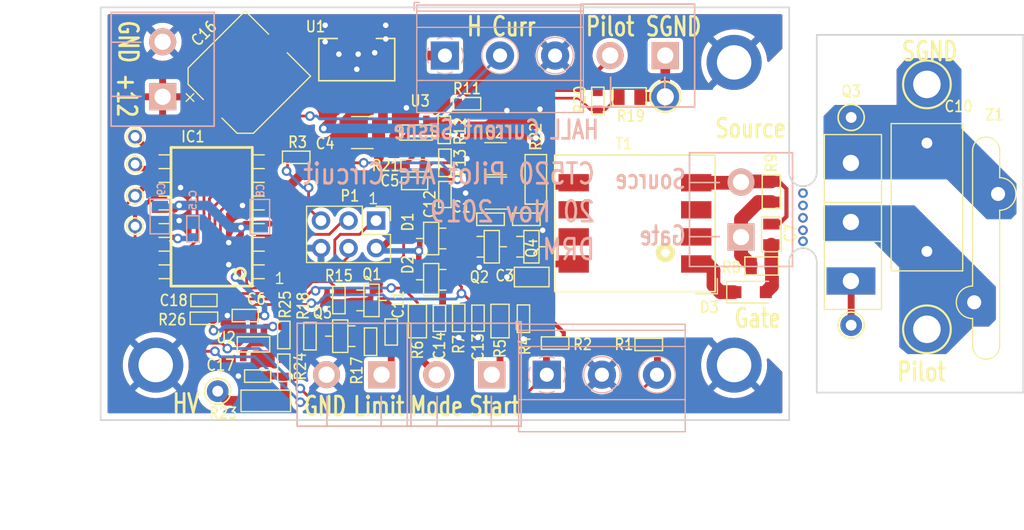
<source format=kicad_pcb>
(kicad_pcb (version 20190907) (host pcbnew "(5.99.0-273-g43768b71c)")
  (layers (0 "F.Cu" signal) (31 "B.Cu" signal) (34 "B.Paste" user) (35 "F.Paste" user) (36 "B.SilkS" user) (37 "F.SilkS" user) (38 "B.Mask" user) (39 "F.Mask" user) (44 "Edge.Cuts" user))
  (net 0 "")
  (net 1 "Net-(C1-Pad1)")
  (net 2 "GND")
  (net 3 "+12V")
  (net 4 "Net-(C3-Pad1)")
  (net 5 "VDD")
  (net 6 "Net-(C7-Pad1)")
  (net 7 "Net-(C10-Pad2)")
  (net 8 "Net-(C10-Pad1)")
  (net 9 "Net-(D3-Pad1)")
  (net 10 "/MOSI")
  (net 11 "/MISO")
  (net 12 "/SCK")
  (net 13 "Net-(IC1-Pad4)")
  (net 14 "Net-(IC1-Pad7)")
  (net 15 "Net-(IC1-Pad11)")
  (net 16 "Net-(IC1-Pad12)")
  (net 17 "Net-(IC1-Pad13)")
  (net 18 "Net-(IC1-Pad14)")
  (net 19 "Net-(IC1-Pad18)")
  (net 20 "Net-(P5-Pad1)")
  (net 21 "Net-(P6-Pad1)")
  (net 22 "/START")
  (net 23 "/MODE")
  (net 24 "Net-(C11-Pad2)")
  (net 25 "Net-(C11-Pad1)")
  (net 26 "Net-(C15-Pad1)")
  (net 27 "Net-(C17-Pad2)")
  (net 28 "Net-(C18-Pad1)")
  (net 29 "/~XRESET")
  (net 30 "Net-(C12-Pad1)")
  (net 31 "Net-(P2-Pad1)")
  (net 32 "Net-(P2-Pad2)")
  (net 33 "Net-(Q2-Pad1)")
  (net 34 "Net-(Q5-Pad1)")
  (net 35 "Net-(R11-Pad1)")
  (net 36 "Net-(R12-Pad1)")
  (net 37 "Net-(R19-Pad2)")
  (net 38 "Net-(R23-Pad2)")
  (net 39 "Net-(R24-Pad1)")
  (net 40 "Net-(R25-Pad1)")
  (net 41 "Net-(D1-Pad2)")
  (net 42 "Net-(D2-Pad2)")
  (net 43 "Net-(T1-Pad7)")
  (net 44 "Net-(T1-Pad6)")
  (net 45 "Net-(T1-Pad3)")
  (net 46 "Net-(T1-Pad2)")
  (module "t_misc:TP100" (layer "F.Cu") (at 171.45 92.71 90)
    (fp_text reference "TP5" hide)
    (fp_text value "TP" hide)
    (pad "1" thru_hole circle (at 0 0 90) (size 2.54 2.54) (drill 1.5748) (layers *.Cu *.Mask) (net 21 "Net-(P6-Pad1)"))
  )
  (module "t_misc:TP160" (layer "F.Cu") (at 195.58 91.567)
    (fp_text reference "TP2" hide)
    (fp_text value "TP" hide)
    (pad "1" thru_hole circle (at 0 0) (size 4.064 4.064) (drill 2.54) (layers *.Cu *.Mask) (net 7 "Net-(C10-Pad2)"))
  )
  (module "t_misc:TP160" (layer "F.Cu") (at 195.58 114.173)
    (fp_text reference "TP10" hide)
    (fp_text value "TP" hide)
    (pad "1" thru_hole circle (at 0 0) (size 4.064 4.064) (drill 2.54) (layers *.Cu *.Mask) (net 8 "Net-(C10-Pad1)"))
  )
  (module "t_passive_smd:cap_0603" (layer "F.Cu") (at 148.336 100.711 180)
    (fp_text reference "C5" (at 2.286 0.254) (layer "F.SilkS") (effects (font (size 1.016 0.889) (thickness 0.1524))))
    (fp_text value "0.1uF" hide)
    (pad "2" smd rect (at -0.75 0 180) (size 0.7 0.9) (layers "F.Cu" "F.Paste" "F.Mask") (net 2 "GND"))
    (pad "1" smd rect (at 0.75 0 180) (size 0.7 0.9) (layers "F.Cu" "F.Paste" "F.Mask") (net 5 "VDD"))
  )
  (module "t_MtgHoles:MTG_200_125D" (layer "F.Cu") (at 124.46 117.475)
    (fp_text reference "MTG3" hide)
    (fp_text value "TP" hide)
    (pad "1" thru_hole circle (at 0 0) (size 5.08 5.08) (drill 3.175) (layers *.Cu *.Mask) (net 2 "GND"))
  )
  (module "t_MtgHoles:MTG_200_125D" (layer "F.Cu") (at 177.8 117.475)
    (fp_text reference "MTG2" hide)
    (fp_text value "TP" hide)
    (pad "1" thru_hole circle (at 0 0) (size 5.08 5.08) (drill 3.175) (layers *.Cu *.Mask) (net 2 "GND"))
  )
  (module "t_MtgHoles:MTG_200_125D" (layer "F.Cu") (at 177.8 89.535)
    (fp_text reference "MTG1" hide)
    (fp_text value "TP" hide)
    (pad "1" thru_hole circle (at 0 0) (size 5.08 5.08) (drill 3.175) (layers *.Cu *.Mask) (net 2 "GND"))
  )
  (module "t_smd_transistors:SOT-23" (layer "F.Cu") (at 141.478 114.808 90)
    (fp_text reference "Q5" (at 2.159 -1.651 180) (layer "F.SilkS") (effects (font (size 1.016 0.889) (thickness 0.1524))))
    (fp_text value "FMMT3904" hide)
    (pad "2" smd rect (at 0.9525 1.05664 90) (size 0.59944 1.00076) (layers "F.Cu" "F.Paste" "F.Mask") (net 24 "Net-(C11-Pad2)"))
    (pad "3" smd rect (at 0 -1.05664 90) (size 0.59944 1.00076) (layers "F.Cu" "F.Paste" "F.Mask") (net 25 "Net-(C11-Pad1)"))
    (pad "1" smd rect (at -0.9525 1.05664 90) (size 0.59944 1.00076) (layers "F.Cu" "F.Paste" "F.Mask") (net 34 "Net-(Q5-Pad1)"))
  )
  (module "t_passive_smd:cap_0603" (layer "F.Cu") (at 132.715 112.903)
    (fp_text reference "C6" (at 1.016 -1.524) (layer "F.SilkS") (effects (font (size 1.016 0.889) (thickness 0.1524))))
    (fp_text value "0.1uF" hide)
    (pad "2" smd rect (at -0.75 0) (size 0.7 0.9) (layers "F.Cu" "F.Paste" "F.Mask") (net 2 "GND"))
    (pad "1" smd rect (at 0.75 0) (size 0.7 0.9) (layers "F.Cu" "F.Paste" "F.Mask") (net 5 "VDD"))
  )
  (module "w_smd_dil:soic-20" (layer "F.Cu") (at 129.6162 103.7844 90)
    (fp_text reference "IC1" (at 7.3914 -1.7272 180) (layer "F.SilkS") (effects (font (size 1.016 0.889) (thickness 0.1524))))
    (fp_text value "ATTINY861A-S" hide)
    (pad "1" smd rect (at -5.715 4.81076 90) (size 0.55118 1.43002) (layers "F.Cu" "F.Paste" "F.Mask") (net 10 "/MOSI"))
    (pad "2" smd rect (at -4.445 4.81076 90) (size 0.55118 1.43002) (layers "F.Cu" "F.Paste" "F.Mask") (net 11 "/MISO"))
    (pad "3" smd rect (at -3.175 4.81076 90) (size 0.55118 1.43002) (layers "F.Cu" "F.Paste" "F.Mask") (net 12 "/SCK"))
    (pad "4" smd rect (at -1.905 4.81076 90) (size 0.55118 1.43002) (layers "F.Cu" "F.Paste" "F.Mask") (net 13 "Net-(IC1-Pad4)"))
    (pad "5" smd rect (at -0.635 4.81076 90) (size 0.55118 1.43002) (layers "F.Cu" "F.Paste" "F.Mask") (net 5 "VDD"))
    (pad "6" smd rect (at 0.635 4.81076 90) (size 0.55118 1.43002) (layers "F.Cu" "F.Paste" "F.Mask") (net 2 "GND"))
    (pad "7" smd rect (at 1.905 4.81076 90) (size 0.55118 1.43002) (layers "F.Cu" "F.Paste" "F.Mask") (net 14 "Net-(IC1-Pad7)"))
    (pad "8" smd rect (at 3.175 4.81076 90) (size 0.55118 1.43002) (layers "F.Cu" "F.Paste" "F.Mask") (net 23 "/MODE"))
    (pad "9" smd rect (at 4.445 4.81076 90) (size 0.55118 1.43002) (layers "F.Cu" "F.Paste" "F.Mask") (net 22 "/START"))
    (pad "10" smd rect (at 5.715 4.81076 90) (size 0.55118 1.43002) (layers "F.Cu" "F.Paste" "F.Mask") (net 29 "/~XRESET"))
    (pad "11" smd rect (at 5.715 -4.81076 90) (size 0.55118 1.43002) (layers "F.Cu" "F.Paste" "F.Mask") (net 15 "Net-(IC1-Pad11)"))
    (pad "12" smd rect (at 4.445 -4.81076 90) (size 0.55118 1.43002) (layers "F.Cu" "F.Paste" "F.Mask") (net 16 "Net-(IC1-Pad12)"))
    (pad "13" smd rect (at 3.175 -4.81076 90) (size 0.55118 1.43002) (layers "F.Cu" "F.Paste" "F.Mask") (net 17 "Net-(IC1-Pad13)"))
    (pad "14" smd rect (at 1.905 -4.81076 90) (size 0.55118 1.43002) (layers "F.Cu" "F.Paste" "F.Mask") (net 18 "Net-(IC1-Pad14)"))
    (pad "15" smd rect (at 0.635 -4.81076 90) (size 0.55118 1.43002) (layers "F.Cu" "F.Paste" "F.Mask") (net 5 "VDD"))
    (pad "16" smd rect (at -0.635 -4.81076 90) (size 0.55118 1.43002) (layers "F.Cu" "F.Paste" "F.Mask") (net 2 "GND"))
    (pad "17" smd rect (at -1.905 -4.81076 90) (size 0.55118 1.43002) (layers "F.Cu" "F.Paste" "F.Mask") (net 26 "Net-(C15-Pad1)"))
    (pad "18" smd rect (at -3.175 -4.81076 90) (size 0.55118 1.43002) (layers "F.Cu" "F.Paste" "F.Mask") (net 19 "Net-(IC1-Pad18)"))
    (pad "19" smd rect (at -4.445 -4.81076 90) (size 0.55118 1.43002) (layers "F.Cu" "F.Paste" "F.Mask") (net 30 "Net-(C12-Pad1)"))
    (pad "20" smd rect (at -5.715 -4.81076 90) (size 0.55118 1.43002) (layers "F.Cu" "F.Paste" "F.Mask") (net 28 "Net-(C18-Pad1)"))
  )
  (module "t_coilcraft:EP10_SMT" (layer "F.Cu") (at 168.656 104.394 180)
    (fp_text reference "T1" (at 1.016 7.366) (layer "F.SilkS") (effects (font (size 1.016 0.889) (thickness 0.1524))))
    (fp_text value "EP10_GDT")
    (pad "8" smd rect (at 5.65 -3.75 180) (size 2.8 1.6) (layers "F.Cu" "F.Paste" "F.Mask") (net 4 "Net-(C3-Pad1)"))
    (pad "7" smd rect (at 5.65 -1.25 180) (size 2.8 1.6) (layers "F.Cu" "F.Paste" "F.Mask") (net 43 "Net-(T1-Pad7)"))
    (pad "6" smd rect (at 5.65 1.25 180) (size 2.8 1.6) (layers "F.Cu" "F.Paste" "F.Mask") (net 44 "Net-(T1-Pad6)"))
    (pad "5" smd rect (at 5.65 3.75 180) (size 2.8 1.6) (layers "F.Cu" "F.Paste" "F.Mask") (net 1 "Net-(C1-Pad1)"))
    (pad "4" smd rect (at -5.65 3.75 180) (size 2.8 1.6) (layers "F.Cu" "F.Paste" "F.Mask") (net 7 "Net-(C10-Pad2)"))
    (pad "3" smd rect (at -5.65 1.25 180) (size 2.8 1.6) (layers "F.Cu" "F.Paste" "F.Mask") (net 45 "Net-(T1-Pad3)"))
    (pad "2" smd rect (at -5.65 -1.25 180) (size 2.8 1.6) (layers "F.Cu" "F.Paste" "F.Mask") (net 46 "Net-(T1-Pad2)"))
    (pad "1" smd rect (at -5.65 -3.75 180) (size 2.8 1.6) (layers "F.Cu" "F.Paste" "F.Mask") (net 9 "Net-(D3-Pad1)"))
  )
  (module "t_misc:TP50" (layer "F.Cu") (at 122.555 96.393)
    (fp_text reference "TP9" hide)
    (fp_text value "TP" hide)
    (pad "1" thru_hole circle (at 0 0) (size 1.27 1.27) (drill 0.8128) (layers *.Cu *.Mask) (net 15 "Net-(IC1-Pad11)"))
  )
  (module "t_misc:TP50" (layer "F.Cu") (at 122.555 98.933)
    (fp_text reference "TP8" hide)
    (fp_text value "TP" hide)
    (pad "1" thru_hole circle (at 0 0) (size 1.27 1.27) (drill 0.8128) (layers *.Cu *.Mask) (net 16 "Net-(IC1-Pad12)"))
  )
  (module "t_misc:TP50" (layer "F.Cu") (at 122.555 101.854)
    (fp_text reference "TP7" hide)
    (fp_text value "TP" hide)
    (pad "1" thru_hole circle (at 0 0) (size 1.27 1.27) (drill 0.8128) (layers *.Cu *.Mask) (net 17 "Net-(IC1-Pad13)"))
  )
  (module "t_misc:TP50" (layer "F.Cu") (at 122.555 104.648)
    (fp_text reference "TP6" hide)
    (fp_text value "TP" hide)
    (pad "1" thru_hole circle (at 0 0) (size 1.27 1.27) (drill 0.8128) (layers *.Cu *.Mask) (net 18 "Net-(IC1-Pad14)"))
  )
  (module "t_passive_smd:res_0603" (layer "F.Cu") (at 137.414 98.298)
    (fp_text reference "R3" (at 0.127 -1.397) (layer "F.SilkS") (effects (font (size 1.016 0.889) (thickness 0.1524))))
    (fp_text value "10K" hide)
    (pad "2" smd rect (at -0.8 0) (size 0.7 0.9) (layers "F.Cu" "F.Paste" "F.Mask") (net 29 "/~XRESET"))
    (pad "1" smd rect (at 0.8 0) (size 0.7 0.9) (layers "F.Cu" "F.Paste" "F.Mask") (net 5 "VDD"))
  )
  (module "t_passive_smd:cap_0603" (layer "F.Cu") (at 151.13 101.727 90)
    (fp_text reference "C12" (at -0.889 -1.397 90) (layer "F.SilkS") (effects (font (size 1.016 0.889) (thickness 0.1524))))
    (fp_text value "1000pF" hide)
    (pad "2" smd rect (at -0.75 0 90) (size 0.7 0.9) (layers "F.Cu" "F.Paste" "F.Mask") (net 2 "GND"))
    (pad "1" smd rect (at 0.75 0 90) (size 0.7 0.9) (layers "F.Cu" "F.Paste" "F.Mask") (net 30 "Net-(C12-Pad1)"))
  )
  (module "t_passive_thd:MOV_20mm" (layer "F.Cu") (at 201.041 106.68 90)
    (fp_text reference "Z1" (at 12.319 0.762 unlocked) (layer "F.SilkS") (effects (font (size 1.016 0.889) (thickness 0.1524))))
    (fp_text value "MOV")
    (pad "2" thru_hole circle (at 5 1.1 90) (size 2.5 2.5) (drill 1.3) (layers *.Cu *.Mask) (net 7 "Net-(C10-Pad2)"))
    (pad "1" thru_hole circle (at -5 -1.1 90) (size 2.5 2.5) (drill 1.3) (layers *.Cu *.Mask) (net 8 "Net-(C10-Pad1)"))
  )
  (module "Package_TO_SOT_THT:TO-247-3_Vertical" (layer "F.Cu") (at 188.5696 109.717 90)
    (fp_text reference "Q3" (at 17.515 0.0254 180) (layer "F.SilkS") (effects (font (size 1.016 0.889) (thickness 0.1524))))
    (fp_text value "Q_NIGBT_GEC")
    (pad "3" thru_hole oval (at 10.9 0 90) (size 2.5 4.5) (drill 1.5) (layers *.Cu *.Mask) (net 7 "Net-(C10-Pad2)"))
    (pad "2" thru_hole oval (at 5.45 0 90) (size 2.5 4.5) (drill 1.5) (layers *.Cu *.Mask) (net 8 "Net-(C10-Pad1)"))
    (pad "1" thru_hole rect (at 0 0 90) (size 2.5 4.5) (drill 1.5) (layers *.Cu *.Mask) (net 20 "Net-(P5-Pad1)"))
  )
  (module "t_passive_thd:Cap_Rad_13x6mm" (layer "F.Cu") (at 195.58 101.981 90)
    (fp_text reference "C10" (at 8.382 2.921 unlocked) (layer "F.SilkS") (effects (font (size 1.016 0.889) (thickness 0.1524))))
    (fp_text value "0.1uF")
    (pad "2" thru_hole circle (at 5 0 90) (size 2 2) (drill 1) (layers *.Cu *.Mask) (net 7 "Net-(C10-Pad2)"))
    (pad "1" thru_hole circle (at -5 0 90) (size 2 2) (drill 1) (layers *.Cu *.Mask) (net 8 "Net-(C10-Pad1)"))
  )
  (module "t_sot:SOT-223" (layer "F.Cu") (at 143.002 92.329)
    (fp_text reference "U1" (at -3.81 -6.096) (layer "F.SilkS") (effects (font (size 1.016 0.889) (thickness 0.1524))))
    (fp_text value "LT1129CST-5" hide)
    (pad "4" smd rect (at 0 -5.8 180) (size 3.25 2.15) (layers "F.Cu" "F.Paste" "F.Mask") (net 2 "GND"))
    (pad "3" smd rect (at 2.3 0) (size 0.95 2.15) (layers "F.Cu" "F.Paste" "F.Mask") (net 5 "VDD"))
    (pad "2" smd rect (at 0 0) (size 0.95 2.15) (layers "F.Cu" "F.Paste" "F.Mask") (net 2 "GND"))
    (pad "1" smd rect (at -2.3 0) (size 0.95 2.15) (layers "F.Cu" "F.Paste" "F.Mask") (net 3 "+12V"))
  )
  (module "t_misc:TP80" (layer "F.Cu") (at 130.175 119.888 90)
    (fp_text reference "TP4" hide)
    (fp_text value "TP" hide)
    (pad "1" thru_hole circle (at 0 0 90) (size 2 2) (drill 1) (layers *.Cu *.Mask) (net 38 "Net-(R23-Pad2)"))
  )
  (module "t_misc:TP80" (layer "F.Cu") (at 188.595 94.615)
    (fp_text reference "TP3" hide)
    (fp_text value "TP" hide)
    (pad "1" thru_hole circle (at 0 0) (size 2 2) (drill 1) (layers *.Cu *.Mask) (net 7 "Net-(C10-Pad2)"))
  )
  (module "t_misc:TP80" (layer "F.Cu") (at 188.595 113.792)
    (fp_text reference "TP1" hide)
    (fp_text value "TP" hide)
    (pad "1" thru_hole circle (at 0 0) (size 2 2) (drill 1) (layers *.Cu *.Mask) (net 20 "Net-(P5-Pad1)"))
  )
  (module "t_passive_smd:res_0805" (layer "F.Cu") (at 168.148 92.71)
    (fp_text reference "R19" (at 0.127 1.778) (layer "F.SilkS") (effects (font (size 1.016 0.889) (thickness 0.1524))))
    (fp_text value "1000" hide)
    (pad "2" smd rect (at -0.95 0) (size 1 1.5) (layers "F.Cu" "F.Paste" "F.Mask") (net 37 "Net-(R19-Pad2)"))
    (pad "1" smd rect (at 0.95 0) (size 1 1.5) (layers "F.Cu" "F.Paste" "F.Mask") (net 21 "Net-(P6-Pad1)"))
  )
  (module "t_passive_smd:res_0805" (layer "F.Cu") (at 181.229 101.473 -90)
    (fp_text reference "R9" (at -2.667 0 90) (layer "F.SilkS") (effects (font (size 1.016 0.889) (thickness 0.1524))))
    (fp_text value "4.7K" hide)
    (pad "2" smd rect (at -0.95 0 270) (size 1 1.5) (layers "F.Cu" "F.Paste" "F.Mask") (net 7 "Net-(C10-Pad2)"))
    (pad "1" smd rect (at 0.95 0 270) (size 1 1.5) (layers "F.Cu" "F.Paste" "F.Mask") (net 20 "Net-(P5-Pad1)"))
  )
  (module "t_passive_smd:res_0805" (layer "F.Cu") (at 180.34 108.331)
    (fp_text reference "R8" (at -2.794 0.127) (layer "F.SilkS") (effects (font (size 1.016 0.889) (thickness 0.1524))))
    (fp_text value "10" hide)
    (pad "2" smd rect (at -0.95 0) (size 1 1.5) (layers "F.Cu" "F.Paste" "F.Mask") (net 20 "Net-(P5-Pad1)"))
    (pad "1" smd rect (at 0.95 0) (size 1 1.5) (layers "F.Cu" "F.Paste" "F.Mask") (net 6 "Net-(C7-Pad1)"))
  )
  (module "t_sot:sot-23" (layer "F.Cu") (at 159.10944 106.553 -90)
    (fp_text reference "Q4" (at 0.127 -0.02156 90) (layer "F.SilkS") (effects (font (size 1.016 0.889) (thickness 0.1524))))
    (fp_text value "BSS138" hide)
    (pad "1" smd rect (at -0.9525 1.05664 270) (size 0.59944 1.00076) (layers "F.Cu" "F.Paste" "F.Mask") (net 33 "Net-(Q2-Pad1)"))
    (pad "3" smd rect (at 0 -1.05664 270) (size 0.59944 1.00076) (layers "F.Cu" "F.Paste" "F.Mask") (net 4 "Net-(C3-Pad1)"))
    (pad "2" smd rect (at 0.9525 1.05664 270) (size 0.59944 1.00076) (layers "F.Cu" "F.Paste" "F.Mask") (net 2 "GND"))
  )
  (module "t_sot:sot-23" (layer "F.Cu") (at 155.448 106.553 -90)
    (fp_text reference "Q2" (at 2.794 1.143 180) (layer "F.SilkS") (effects (font (size 1.016 0.889) (thickness 0.1524))))
    (fp_text value "BSS138" hide)
    (pad "1" smd rect (at -0.9525 1.05664 270) (size 0.59944 1.00076) (layers "F.Cu" "F.Paste" "F.Mask") (net 33 "Net-(Q2-Pad1)"))
    (pad "3" smd rect (at 0 -1.05664 270) (size 0.59944 1.00076) (layers "F.Cu" "F.Paste" "F.Mask") (net 4 "Net-(C3-Pad1)"))
    (pad "2" smd rect (at 0.9525 1.05664 270) (size 0.59944 1.00076) (layers "F.Cu" "F.Paste" "F.Mask") (net 2 "GND"))
  )
  (module "t_sot:sot-23" (layer "F.Cu") (at 144.35836 111.506 -90)
    (fp_text reference "Q1" (at -2.413 -0.04064 180) (layer "F.SilkS") (effects (font (size 1.016 0.889) (thickness 0.1524))))
    (fp_text value "BSS138" hide)
    (pad "1" smd rect (at -0.9525 1.05664 270) (size 0.59944 1.00076) (layers "F.Cu" "F.Paste" "F.Mask") (net 14 "Net-(IC1-Pad7)"))
    (pad "3" smd rect (at 0 -1.05664 270) (size 0.59944 1.00076) (layers "F.Cu" "F.Paste" "F.Mask") (net 24 "Net-(C11-Pad2)"))
    (pad "2" smd rect (at 0.9525 1.05664 270) (size 0.59944 1.00076) (layers "F.Cu" "F.Paste" "F.Mask") (net 2 "GND"))
  )
  (module "Connector_PinHeader_2.54mm:PinHeader_2x03_P2.54mm_Vertical" (layer "F.Cu") (at 144.78 104.14 -90)
    (fp_text reference "P1" (at -2.286 2.413 180) (layer "F.SilkS") (effects (font (size 1.016 0.889) (thickness 0.1524))))
    (fp_text value "CONN_02X03")
    (pad "6" thru_hole oval (at 2.54 5.08 270) (size 1.7 1.7) (drill 1) (layers *.Cu *.Mask) (net 2 "GND"))
    (pad "5" thru_hole oval (at 0 5.08 270) (size 1.7 1.7) (drill 1) (layers *.Cu *.Mask) (net 29 "/~XRESET"))
    (pad "4" thru_hole oval (at 2.54 2.54 270) (size 1.7 1.7) (drill 1) (layers *.Cu *.Mask) (net 10 "/MOSI"))
    (pad "3" thru_hole oval (at 0 2.54 270) (size 1.7 1.7) (drill 1) (layers *.Cu *.Mask) (net 12 "/SCK"))
    (pad "2" thru_hole oval (at 2.54 0 270) (size 1.7 1.7) (drill 1) (layers *.Cu *.Mask) (net 5 "VDD"))
    (pad "1" thru_hole rect (at 0 0 270) (size 1.7 1.7) (drill 1) (layers *.Cu *.Mask) (net 11 "/MISO"))
  )
  (module "t_sot:sot-23" (layer "F.Cu") (at 149.86 109.601 90)
    (fp_text reference "D2" (at 1.397 -2.159 90) (layer "F.SilkS") (effects (font (size 1.016 0.889) (thickness 0.1524))))
    (fp_text value "BAV99" hide)
    (pad "1" smd rect (at -0.9525 1.05664 90) (size 0.59944 1.00076) (layers "F.Cu" "F.Paste" "F.Mask") (net 23 "/MODE"))
    (pad "3" smd rect (at 0 -1.05664 90) (size 0.59944 1.00076) (layers "F.Cu" "F.Paste" "F.Mask") (net 5 "VDD"))
    (pad "2" smd rect (at 0.9525 1.05664 90) (size 0.59944 1.00076) (layers "F.Cu" "F.Paste" "F.Mask") (net 42 "Net-(D2-Pad2)"))
  )
  (module "t_sot:sot-23" (layer "F.Cu") (at 149.86 105.791 90)
    (fp_text reference "D1" (at 1.524 -2.159 90) (layer "F.SilkS") (effects (font (size 1.016 0.889) (thickness 0.1524))))
    (fp_text value "BAV99" hide)
    (pad "1" smd rect (at -0.9525 1.05664 90) (size 0.59944 1.00076) (layers "F.Cu" "F.Paste" "F.Mask") (net 22 "/START"))
    (pad "3" smd rect (at 0 -1.05664 90) (size 0.59944 1.00076) (layers "F.Cu" "F.Paste" "F.Mask") (net 5 "VDD"))
    (pad "2" smd rect (at 0.9525 1.05664 90) (size 0.59944 1.00076) (layers "F.Cu" "F.Paste" "F.Mask") (net 41 "Net-(D1-Pad2)"))
  )
  (module "t_passive_smd:cap_0805" (layer "B.Cu") (at 124.841 103.759 90)
    (fp_text reference "C9" (at 2.54 0.127 90) (layer "B.SilkS") (effects (font (size 0.700024 0.59944) (thickness 0.130048)) (justify mirror)))
    (fp_text value "0.1uF" hide)
    (pad "2" smd rect (at -0.95 0 90) (size 1 1.5) (layers "B.Cu" "B.Paste" "B.Mask") (net 2 "GND"))
    (pad "1" smd rect (at 0.95 0 90) (size 1 1.5) (layers "B.Cu" "B.Paste" "B.Mask") (net 5 "VDD"))
  )
  (module "t_passive_smd:cap_0805" (layer "B.Cu") (at 134.0612 103.7844 -90)
    (fp_text reference "C8" (at -2.4384 -0.0508 90) (layer "B.SilkS") (effects (font (size 0.700024 0.59944) (thickness 0.130048)) (justify mirror)))
    (fp_text value "0.1uF" hide)
    (pad "2" smd rect (at -0.95 0 270) (size 1 1.5) (layers "B.Cu" "B.Paste" "B.Mask") (net 2 "GND"))
    (pad "1" smd rect (at 0.95 0 270) (size 1 1.5) (layers "B.Cu" "B.Paste" "B.Mask") (net 5 "VDD"))
  )
  (module "t_passive_smd:cap_0805" (layer "F.Cu") (at 181.229 105.41 -90)
    (fp_text reference "C7" (at -0.127 -1.778 90) (layer "F.SilkS") (effects (font (size 1.016 0.889) (thickness 0.1524))))
    (fp_text value "0.1uF" hide)
    (pad "2" smd rect (at -0.95 0 270) (size 1 1.5) (layers "F.Cu" "F.Paste" "F.Mask") (net 7 "Net-(C10-Pad2)"))
    (pad "1" smd rect (at 0.95 0 270) (size 1 1.5) (layers "F.Cu" "F.Paste" "F.Mask") (net 6 "Net-(C7-Pad1)"))
  )
  (module "t_passive_smd:cap_1210" (layer "F.Cu") (at 143.51 96.012 180)
    (fp_text reference "C4" (at 3.429 -1.016) (layer "F.SilkS") (effects (font (size 1.016 0.889) (thickness 0.1524))))
    (fp_text value "10uF")
    (pad "2" smd rect (at 1.5 0 180) (size 1.2 2.5) (layers "F.Cu" "F.Paste" "F.Mask") (net 2 "GND"))
    (pad "1" smd rect (at -1.5 0 180) (size 1.2 2.5) (layers "F.Cu" "F.Paste" "F.Mask") (net 5 "VDD"))
  )
  (module "t_passive_smd:cap_0805" (layer "F.Cu") (at 159.131 109.347)
    (fp_text reference "C3" (at -2.479 -0.127) (layer "F.SilkS") (effects (font (size 1.016 0.889) (thickness 0.1524))))
    (fp_text value "1000pF" hide)
    (pad "2" smd rect (at -0.95 0) (size 1 1.5) (layers "F.Cu" "F.Paste" "F.Mask") (net 2 "GND"))
    (pad "1" smd rect (at 0.95 0) (size 1 1.5) (layers "F.Cu" "F.Paste" "F.Mask") (net 4 "Net-(C3-Pad1)"))
  )
  (module "t_passive_smd:cap_1210" (layer "F.Cu") (at 155.805 98.425 180)
    (fp_text reference "C2" (at 0.103 2.413) (layer "F.SilkS") (effects (font (size 1.016 0.889) (thickness 0.1524))))
    (fp_text value "10uF")
    (pad "2" smd rect (at 1.5 0 180) (size 1.2 2.5) (layers "F.Cu" "F.Paste" "F.Mask") (net 2 "GND"))
    (pad "1" smd rect (at -1.5 0 180) (size 1.2 2.5) (layers "F.Cu" "F.Paste" "F.Mask") (net 3 "+12V"))
  )
  (module "t_passive_smd:cap_1210" (layer "F.Cu") (at 155.829 101.6 180)
    (fp_text reference "C1" (at 3.175 -1.27) (layer "F.SilkS") (effects (font (size 1.016 0.889) (thickness 0.1524))))
    (fp_text value "10uF")
    (pad "2" smd rect (at 1.5 0 180) (size 1.2 2.5) (layers "F.Cu" "F.Paste" "F.Mask") (net 2 "GND"))
    (pad "1" smd rect (at -1.5 0 180) (size 1.2 2.5) (layers "F.Cu" "F.Paste" "F.Mask") (net 1 "Net-(C1-Pad1)"))
  )
  (module "t_sot:sot-23-5" (layer "F.Cu") (at 148.463 96.012)
    (fp_text reference "U3" (at 0.381 -2.921) (layer "F.SilkS") (effects (font (size 1.016 0.889) (thickness 0.1524))))
    (fp_text value "LMC7101" hide)
    (pad "5" smd rect (at -0.9525 -1.05664) (size 0.59944 1.00076) (layers "F.Cu" "F.Paste" "F.Mask") (net 2 "GND"))
    (pad "4" smd rect (at 0.9525 -1.05664) (size 0.59944 1.00076) (layers "F.Cu" "F.Paste" "F.Mask") (net 35 "Net-(R11-Pad1)"))
    (pad "2" smd rect (at 0 1.05664) (size 0.59944 1.00076) (layers "F.Cu" "F.Paste" "F.Mask") (net 5 "VDD"))
    (pad "3" smd rect (at 0.9525 1.05664) (size 0.59944 1.00076) (layers "F.Cu" "F.Paste" "F.Mask") (net 37 "Net-(R19-Pad2)"))
    (pad "1" smd rect (at -0.9525 1.05664) (size 0.59944 1.00076) (layers "F.Cu" "F.Paste" "F.Mask") (net 36 "Net-(R12-Pad1)"))
  )
  (module "t_sot:sot-23-5" (layer "F.Cu") (at 133.477 115.57 180)
    (fp_text reference "U2" (at 2.54 0.635) (layer "F.SilkS") (effects (font (size 1.016 0.889) (thickness 0.1524))))
    (fp_text value "LMC7101" hide)
    (pad "5" smd rect (at -0.9525 -1.05664 180) (size 0.59944 1.00076) (layers "F.Cu" "F.Paste" "F.Mask") (net 2 "GND"))
    (pad "4" smd rect (at 0.9525 -1.05664 180) (size 0.59944 1.00076) (layers "F.Cu" "F.Paste" "F.Mask") (net 39 "Net-(R24-Pad1)"))
    (pad "2" smd rect (at 0 1.05664 180) (size 0.59944 1.00076) (layers "F.Cu" "F.Paste" "F.Mask") (net 5 "VDD"))
    (pad "3" smd rect (at 0.9525 1.05664 180) (size 0.59944 1.00076) (layers "F.Cu" "F.Paste" "F.Mask") (net 2 "GND"))
    (pad "1" smd rect (at -0.9525 1.05664 180) (size 0.59944 1.00076) (layers "F.Cu" "F.Paste" "F.Mask") (net 40 "Net-(R25-Pad1)"))
  )
  (module "TerminalBlock_Phoenix:TerminalBlock_Phoenix_MKDS-1,5-3-5.08_1x03_P5.08mm_Horizontal" (layer "B.Cu") (at 151.13 88.9)
    (fp_text reference "P8" hide)
    (fp_text value "CONN_01X03")
    (pad "3" thru_hole circle (at 10.16 0) (size 2.6 2.6) (drill 1.3) (layers *.Cu *.Mask) (net 2 "GND"))
    (pad "2" thru_hole circle (at 5.08 0) (size 2.6 2.6) (drill 1.3) (layers *.Cu *.Mask) (net 19 "Net-(IC1-Pad18)"))
    (pad "1" thru_hole rect (at 0 0) (size 2.6 2.6) (drill 1.3) (layers *.Cu *.Mask) (net 5 "VDD"))
  )
  (module "TerminalBlock_Phoenix:TerminalBlock_Phoenix_MKDS-1,5-3-5.08_1x03_P5.08mm_Horizontal" (layer "B.Cu") (at 160.528 118.364)
    (fp_text reference "P7" hide)
    (fp_text value "CONN_01X03")
    (pad "3" thru_hole circle (at 10.16 0) (size 2.6 2.6) (drill 1.3) (layers *.Cu *.Mask) (net 17 "Net-(IC1-Pad13)"))
    (pad "2" thru_hole circle (at 5.08 0) (size 2.6 2.6) (drill 1.3) (layers *.Cu *.Mask) (net 2 "GND"))
    (pad "1" thru_hole rect (at 0 0) (size 2.6 2.6) (drill 1.3) (layers *.Cu *.Mask) (net 18 "Net-(IC1-Pad14)"))
  )
  (module "t_passive_smd:res_0603" (layer "F.Cu") (at 128.905 113.157 180)
    (fp_text reference "R26" (at 2.921 -0.127) (layer "F.SilkS") (effects (font (size 1.016 0.889) (thickness 0.1524))))
    (fp_text value "Res6" hide)
    (pad "2" smd rect (at -0.8 0 180) (size 0.7 0.9) (layers "F.Cu" "F.Paste" "F.Mask") (net 40 "Net-(R25-Pad1)"))
    (pad "1" smd rect (at 0.8 0 180) (size 0.7 0.9) (layers "F.Cu" "F.Paste" "F.Mask") (net 28 "Net-(C18-Pad1)"))
  )
  (module "t_passive_smd:res_0603" (layer "F.Cu") (at 136.271 114.69614 90)
    (fp_text reference "R25" (at 2.80914 0.127 90) (layer "F.SilkS") (effects (font (size 1.016 0.889) (thickness 0.1524))))
    (fp_text value "Res6" hide)
    (pad "2" smd rect (at -0.8 0 90) (size 0.7 0.9) (layers "F.Cu" "F.Paste" "F.Mask") (net 39 "Net-(R24-Pad1)"))
    (pad "1" smd rect (at 0.8 0 90) (size 0.7 0.9) (layers "F.Cu" "F.Paste" "F.Mask") (net 40 "Net-(R25-Pad1)"))
  )
  (module "t_passive_smd:res_0603" (layer "F.Cu") (at 136.271 117.729 90)
    (fp_text reference "R24" (at 0.127 1.524 90) (layer "F.SilkS") (effects (font (size 1.016 0.889) (thickness 0.1524))))
    (fp_text value "Res6" hide)
    (pad "2" smd rect (at -0.8 0 90) (size 0.7 0.9) (layers "F.Cu" "F.Paste" "F.Mask") (net 27 "Net-(C17-Pad2)"))
    (pad "1" smd rect (at 0.8 0 90) (size 0.7 0.9) (layers "F.Cu" "F.Paste" "F.Mask") (net 39 "Net-(R24-Pad1)"))
  )
  (module "t_passive_smd:res_1206" (layer "F.Cu") (at 134.60857 120.777)
    (fp_text reference "R23" (at -3.92557 1.143) (layer "F.SilkS") (effects (font (size 1.016 0.889) (thickness 0.1524))))
    (fp_text value "Res6" hide)
    (pad "2" smd rect (at -1.397 0) (size 1.6002 1.8034) (layers "F.Cu" "F.Paste" "F.Mask") (net 38 "Net-(R23-Pad2)"))
    (pad "1" smd rect (at 1.397 0) (size 1.6002 1.8034) (layers "F.Cu" "F.Paste" "F.Mask") (net 27 "Net-(C17-Pad2)"))
  )
  (module "t_passive_smd:res_1206" (layer "F.Cu") (at 159.512 100.33 -90)
    (fp_text reference "R22" (at -3.937 0 90) (layer "F.SilkS") (effects (font (size 1.016 0.889) (thickness 0.1524))))
    (fp_text value "10" hide)
    (pad "2" smd rect (at -1.397 0 270) (size 1.6002 1.8034) (layers "F.Cu" "F.Paste" "F.Mask") (net 3 "+12V"))
    (pad "1" smd rect (at 1.397 0 270) (size 1.6002 1.8034) (layers "F.Cu" "F.Paste" "F.Mask") (net 1 "Net-(C1-Pad1)"))
  )
  (module "t_passive_smd:res_0603" (layer "F.Cu") (at 148.336 99.06 180)
    (fp_text reference "R21" (at 2.667 0) (layer "F.SilkS") (effects (font (size 1.016 0.889) (thickness 0.1524))))
    (fp_text value "10K" hide)
    (pad "2" smd rect (at -0.8 0 180) (size 0.7 0.9) (layers "F.Cu" "F.Paste" "F.Mask") (net 37 "Net-(R19-Pad2)"))
    (pad "1" smd rect (at 0.8 0 180) (size 0.7 0.9) (layers "F.Cu" "F.Paste" "F.Mask") (net 5 "VDD"))
  )
  (module "t_passive_smd:res_0603" (layer "F.Cu") (at 165.227 93.091 -90)
    (fp_text reference "R20" (at -0.127 1.651 90) (layer "F.SilkS") (effects (font (size 1.016 0.889) (thickness 0.1524))))
    (fp_text value "10K" hide)
    (pad "2" smd rect (at -0.8 0 270) (size 0.7 0.9) (layers "F.Cu" "F.Paste" "F.Mask") (net 2 "GND"))
    (pad "1" smd rect (at 0.8 0 270) (size 0.7 0.9) (layers "F.Cu" "F.Paste" "F.Mask") (net 37 "Net-(R19-Pad2)"))
  )
  (module "t_passive_smd:res_0603" (layer "F.Cu") (at 138.684 114.808 -90)
    (fp_text reference "R18" (at -2.794 0.635 90) (layer "F.SilkS") (effects (font (size 1.016 0.889) (thickness 0.1524))))
    (fp_text value "Res6" hide)
    (pad "2" smd rect (at -0.8 0 270) (size 0.7 0.9) (layers "F.Cu" "F.Paste" "F.Mask") (net 24 "Net-(C11-Pad2)"))
    (pad "1" smd rect (at 0.8 0 270) (size 0.7 0.9) (layers "F.Cu" "F.Paste" "F.Mask") (net 34 "Net-(Q5-Pad1)"))
  )
  (module "t_passive_smd:res_0603" (layer "F.Cu") (at 144.272 115.316 90)
    (fp_text reference "R17" (at -2.667 -1.27 90) (layer "F.SilkS") (effects (font (size 1.016 0.889) (thickness 0.1524))))
    (fp_text value "Res6" hide)
    (pad "2" smd rect (at -0.8 0 90) (size 0.7 0.9) (layers "F.Cu" "F.Paste" "F.Mask") (net 34 "Net-(Q5-Pad1)"))
    (pad "1" smd rect (at 0.8 0 90) (size 0.7 0.9) (layers "F.Cu" "F.Paste" "F.Mask") (net 25 "Net-(C11-Pad1)"))
  )
  (module "t_passive_smd:res_0603" (layer "F.Cu") (at 158.637 104.013)
    (fp_text reference "R16" hide)
    (fp_text value "10K" hide)
    (pad "2" smd rect (at -0.8 0) (size 0.7 0.9) (layers "F.Cu" "F.Paste" "F.Mask") (net 33 "Net-(Q2-Pad1)"))
    (pad "1" smd rect (at 0.8 0) (size 0.7 0.9) (layers "F.Cu" "F.Paste" "F.Mask") (net 2 "GND"))
  )
  (module "t_passive_smd:res_0603" (layer "F.Cu") (at 141.351 111.468 90)
    (fp_text reference "R15" (at 2.248 0 180) (layer "F.SilkS") (effects (font (size 1.016 0.889) (thickness 0.1524))))
    (fp_text value "10K" hide)
    (pad "2" smd rect (at -0.8 0 90) (size 0.7 0.9) (layers "F.Cu" "F.Paste" "F.Mask") (net 2 "GND"))
    (pad "1" smd rect (at 0.8 0 90) (size 0.7 0.9) (layers "F.Cu" "F.Paste" "F.Mask") (net 14 "Net-(IC1-Pad7)"))
  )
  (module "t_passive_smd:res_0603" (layer "F.Cu") (at 155.335 104.013)
    (fp_text reference "R14" hide)
    (fp_text value "10" hide)
    (pad "2" smd rect (at -0.8 0) (size 0.7 0.9) (layers "F.Cu" "F.Paste" "F.Mask") (net 13 "Net-(IC1-Pad4)"))
    (pad "1" smd rect (at 0.8 0) (size 0.7 0.9) (layers "F.Cu" "F.Paste" "F.Mask") (net 33 "Net-(Q2-Pad1)"))
  )
  (module "t_passive_smd:res_0603" (layer "F.Cu") (at 151.13 98.806 -90)
    (fp_text reference "R13" (at 0 -1.397 90) (layer "F.SilkS") (effects (font (size 1.016 0.889) (thickness 0.1524))))
    (fp_text value "220" hide)
    (pad "2" smd rect (at -0.8 0 270) (size 0.7 0.9) (layers "F.Cu" "F.Paste" "F.Mask") (net 36 "Net-(R12-Pad1)"))
    (pad "1" smd rect (at 0.8 0 270) (size 0.7 0.9) (layers "F.Cu" "F.Paste" "F.Mask") (net 30 "Net-(C12-Pad1)"))
  )
  (module "t_passive_smd:res_0603" (layer "F.Cu") (at 151.0665 95.758 -90)
    (fp_text reference "R12" (at 0.127 -1.4605 90) (layer "F.SilkS") (effects (font (size 1.016 0.889) (thickness 0.1524))))
    (fp_text value "Res6" hide)
    (pad "2" smd rect (at -0.8 0 270) (size 0.7 0.9) (layers "F.Cu" "F.Paste" "F.Mask") (net 35 "Net-(R11-Pad1)"))
    (pad "1" smd rect (at 0.8 0 270) (size 0.7 0.9) (layers "F.Cu" "F.Paste" "F.Mask") (net 36 "Net-(R12-Pad1)"))
  )
  (module "t_passive_smd:res_0603" (layer "F.Cu") (at 153.162 93.345 180)
    (fp_text reference "R11" (at 0 1.397) (layer "F.SilkS") (effects (font (size 1.016 0.889) (thickness 0.1524))))
    (fp_text value "Res6" hide)
    (pad "2" smd rect (at -0.8 0 180) (size 0.7 0.9) (layers "F.Cu" "F.Paste" "F.Mask") (net 8 "Net-(C10-Pad1)"))
    (pad "1" smd rect (at 0.8 0 180) (size 0.7 0.9) (layers "F.Cu" "F.Paste" "F.Mask") (net 35 "Net-(R11-Pad1)"))
  )
  (module "t_passive_smd:res_0603" (layer "F.Cu") (at 152.4 113.119 90)
    (fp_text reference "R7" (at -2.451 0 90) (layer "F.SilkS") (effects (font (size 1.016 0.889) (thickness 0.1524))))
    (fp_text value "10K" hide)
    (pad "2" smd rect (at -0.8 0 90) (size 0.7 0.9) (layers "F.Cu" "F.Paste" "F.Mask") (net 2 "GND"))
    (pad "1" smd rect (at 0.8 0 90) (size 0.7 0.9) (layers "F.Cu" "F.Paste" "F.Mask") (net 23 "/MODE"))
  )
  (module "t_passive_smd:res_0805" (layer "F.Cu") (at 148.59 113.411 90)
    (fp_text reference "R6" (at -2.667 0 90) (layer "F.SilkS") (effects (font (size 1.016 0.889) (thickness 0.1524))))
    (fp_text value "22K" hide)
    (pad "2" smd rect (at -0.95 0 90) (size 1 1.5) (layers "F.Cu" "F.Paste" "F.Mask") (net 32 "Net-(P2-Pad2)"))
    (pad "1" smd rect (at 0.95 0 90) (size 1 1.5) (layers "F.Cu" "F.Paste" "F.Mask") (net 23 "/MODE"))
  )
  (module "t_passive_smd:res_0805" (layer "F.Cu") (at 156.21 113.411 90)
    (fp_text reference "R5" (at -2.54 0 90) (layer "F.SilkS") (effects (font (size 1.016 0.889) (thickness 0.1524))))
    (fp_text value "22K" hide)
    (pad "2" smd rect (at -0.95 0 90) (size 1 1.5) (layers "F.Cu" "F.Paste" "F.Mask") (net 31 "Net-(P2-Pad1)"))
    (pad "1" smd rect (at 0.95 0 90) (size 1 1.5) (layers "F.Cu" "F.Paste" "F.Mask") (net 22 "/START"))
  )
  (module "t_passive_smd:res_0603" (layer "F.Cu") (at 158.369 113.195 90)
    (fp_text reference "R4" (at -2.502 0.127 90) (layer "F.SilkS") (effects (font (size 1.016 0.889) (thickness 0.1524))))
    (fp_text value "10K" hide)
    (pad "2" smd rect (at -0.8 0 90) (size 0.7 0.9) (layers "F.Cu" "F.Paste" "F.Mask") (net 2 "GND"))
    (pad "1" smd rect (at 0.8 0 90) (size 0.7 0.9) (layers "F.Cu" "F.Paste" "F.Mask") (net 22 "/START"))
  )
  (module "t_passive_smd:res_0603" (layer "F.Cu") (at 161.29 115.443)
    (fp_text reference "R2" (at 2.54 0.127) (layer "F.SilkS") (effects (font (size 1.016 0.889) (thickness 0.1524))))
    (fp_text value "10K" hide)
    (pad "2" smd rect (at -0.8 0) (size 0.7 0.9) (layers "F.Cu" "F.Paste" "F.Mask") (net 18 "Net-(IC1-Pad14)"))
    (pad "1" smd rect (at 0.8 0) (size 0.7 0.9) (layers "F.Cu" "F.Paste" "F.Mask") (net 5 "VDD"))
  )
  (module "t_passive_smd:res_0603" (layer "F.Cu") (at 169.926 115.57 180)
    (fp_text reference "R1" (at 2.286 0) (layer "F.SilkS") (effects (font (size 1.016 0.889) (thickness 0.1524))))
    (fp_text value "10K" hide)
    (pad "2" smd rect (at -0.8 0 180) (size 0.7 0.9) (layers "F.Cu" "F.Paste" "F.Mask") (net 17 "Net-(IC1-Pad13)"))
    (pad "1" smd rect (at 0.8 0 180) (size 0.7 0.9) (layers "F.Cu" "F.Paste" "F.Mask") (net 5 "VDD"))
  )
  (module "Diode_SMD:D_SOD-123F" (layer "F.Cu") (at 179.321 110.744)
    (fp_text reference "D3" (at -3.807 1.397) (layer "F.SilkS") (effects (font (size 1.016 0.889) (thickness 0.1524))))
    (fp_text value "BAV3004W")
    (pad "2" smd rect (at 1.4 0) (size 1.1 1.1) (layers "F.Cu" "F.Paste" "F.Mask") (net 6 "Net-(C7-Pad1)"))
    (pad "1" smd rect (at -1.4 0) (size 1.1 1.1) (layers "F.Cu" "F.Paste" "F.Mask") (net 9 "Net-(D3-Pad1)"))
  )
  (module "t_passive_smd:cap_0603" (layer "F.Cu") (at 128.905 111.506 180)
    (fp_text reference "C18" (at 2.794 0) (layer "F.SilkS") (effects (font (size 1.016 0.889) (thickness 0.1524))))
    (fp_text value "1000pF" hide)
    (pad "2" smd rect (at -0.75 0 180) (size 0.7 0.9) (layers "F.Cu" "F.Paste" "F.Mask") (net 2 "GND"))
    (pad "1" smd rect (at 0.75 0 180) (size 0.7 0.9) (layers "F.Cu" "F.Paste" "F.Mask") (net 28 "Net-(C18-Pad1)"))
  )
  (module "t_passive_smd:cap_0603" (layer "F.Cu") (at 133.858 118.491 180)
    (fp_text reference "C17" (at 3.429 1.016) (layer "F.SilkS") (effects (font (size 1.016 0.889) (thickness 0.1524))))
    (fp_text value "0.1uF" hide)
    (pad "2" smd rect (at -0.75 0 180) (size 0.7 0.9) (layers "F.Cu" "F.Paste" "F.Mask") (net 27 "Net-(C17-Pad2)"))
    (pad "1" smd rect (at 0.75 0 180) (size 0.7 0.9) (layers "F.Cu" "F.Paste" "F.Mask") (net 2 "GND"))
  )
  (module "Capacitor_SMD:CP_Elec_8x6.9" (layer "F.Cu") (at 132.715 90.805 45)
    (fp_text reference "C16" (at 0.089803 -5.477956 225) (layer "F.SilkS") (effects (font (size 1.016 0.889) (thickness 0.1524))))
    (fp_text value "47uF")
    (pad "2" smd roundrect (at 3.475 0 45) (size 4.15 1.9) (layers "F.Cu" "F.Paste" "F.Mask") (roundrect_rratio 0.131579) (net 2 "GND"))
    (pad "1" smd roundrect (at -3.475 0 45) (size 4.15 1.9) (layers "F.Cu" "F.Paste" "F.Mask") (roundrect_rratio 0.131579) (net 3 "+12V"))
  )
  (module "t_passive_smd:cap_0603" (layer "B.Cu") (at 127.889 104.902 -90)
    (fp_text reference "C15" (at -2.667 0 -90) (layer "B.SilkS") (effects (font (size 0.635 0.635) (thickness 0.127)) (justify mirror)))
    (fp_text value "0.1uF" hide)
    (pad "2" smd rect (at -0.75 0 270) (size 0.7 0.9) (layers "B.Cu" "B.Paste" "B.Mask") (net 2 "GND"))
    (pad "1" smd rect (at 0.75 0 270) (size 0.7 0.9) (layers "B.Cu" "B.Paste" "B.Mask") (net 26 "Net-(C15-Pad1)"))
  )
  (module "t_passive_smd:cap_0603" (layer "F.Cu") (at 150.622 113.157 90)
    (fp_text reference "C14" (at -2.54 0 90) (layer "F.SilkS") (effects (font (size 1.016 0.889) (thickness 0.1524))))
    (fp_text value "0.1uF" hide)
    (pad "2" smd rect (at -0.75 0 90) (size 0.7 0.9) (layers "F.Cu" "F.Paste" "F.Mask") (net 2 "GND"))
    (pad "1" smd rect (at 0.75 0 90) (size 0.7 0.9) (layers "F.Cu" "F.Paste" "F.Mask") (net 23 "/MODE"))
  )
  (module "t_passive_smd:cap_0603" (layer "F.Cu") (at 154.178 113.145 90)
    (fp_text reference "C13" (at -2.679 0 90) (layer "F.SilkS") (effects (font (size 1.016 0.889) (thickness 0.1524))))
    (fp_text value "0.1uF" hide)
    (pad "2" smd rect (at -0.75 0 90) (size 0.7 0.9) (layers "F.Cu" "F.Paste" "F.Mask") (net 2 "GND"))
    (pad "1" smd rect (at 0.75 0 90) (size 0.7 0.9) (layers "F.Cu" "F.Paste" "F.Mask") (net 22 "/START"))
  )
  (module "t_passive_smd:cap_0603" (layer "F.Cu") (at 146.177 114.427 -90)
    (fp_text reference "C11" (at -2.54 -0.635 90) (layer "F.SilkS") (effects (font (size 1.016 0.889) (thickness 0.1524))))
    (fp_text value "0.1uF" hide)
    (pad "2" smd rect (at -0.75 0 270) (size 0.7 0.9) (layers "F.Cu" "F.Paste" "F.Mask") (net 24 "Net-(C11-Pad2)"))
    (pad "1" smd rect (at 0.75 0 270) (size 0.7 0.9) (layers "F.Cu" "F.Paste" "F.Mask") (net 25 "Net-(C11-Pad1)"))
  )
  (module "t_terminal:TerminalBlock5_08mm_x2" (layer "B.Cu") (at 152.908 118.364 180)
    (fp_text reference "P2" hide)
    (fp_text value "CONN_01X02" hide)
    (pad "1" thru_hole rect (at -2.54 0 180) (size 2.5 2.5) (drill 1.5) (layers *.Cu *.Mask "B.SilkS") (net 31 "Net-(P2-Pad1)"))
    (pad "2" thru_hole circle (at 2.54 0 180) (size 2.5 2.5) (drill 1.5) (layers *.Cu *.Mask "B.SilkS") (net 32 "Net-(P2-Pad2)"))
  )
  (module "t_terminal:TerminalBlock5_08mm_x2" (layer "B.Cu") (at 125.095 90.17 90)
    (fp_text reference "P3" hide)
    (fp_text value "CONN_01X02" hide)
    (pad "1" thru_hole rect (at -2.54 0 90) (size 2.5 2.5) (drill 1.5) (layers *.Cu *.Mask "B.SilkS") (net 3 "+12V"))
    (pad "2" thru_hole circle (at 2.54 0 90) (size 2.5 2.5) (drill 1.5) (layers *.Cu *.Mask "B.SilkS") (net 2 "GND"))
  )
  (module "t_terminal:TerminalBlock5_08mm_x2" (layer "B.Cu") (at 142.748 118.364 180)
    (fp_text reference "P4" hide)
    (fp_text value "CONN_01X02" hide)
    (pad "1" thru_hole rect (at -2.54 0 180) (size 2.5 2.5) (drill 1.5) (layers *.Cu *.Mask "B.SilkS") (net 25 "Net-(C11-Pad1)"))
    (pad "2" thru_hole circle (at 2.54 0 180) (size 2.5 2.5) (drill 1.5) (layers *.Cu *.Mask "B.SilkS") (net 2 "GND"))
  )
  (module "t_terminal:TerminalBlock5_08mm_x2" (layer "B.Cu") (at 178.435 103.124 90)
    (fp_text reference "P5" hide)
    (fp_text value "CONN_01X02" hide)
    (pad "1" thru_hole rect (at -2.54 0 90) (size 2.5 2.5) (drill 1.5) (layers *.Cu *.Mask "B.SilkS") (net 20 "Net-(P5-Pad1)"))
    (pad "2" thru_hole circle (at 2.54 0 90) (size 2.5 2.5) (drill 1.5) (layers *.Cu *.Mask "B.SilkS") (net 7 "Net-(C10-Pad2)"))
  )
  (module "t_terminal:TerminalBlock5_08mm_x2" (layer "B.Cu") (at 168.91 88.9 180)
    (fp_text reference "P6" hide)
    (fp_text value "CONN_01X02" hide)
    (pad "1" thru_hole rect (at -2.54 0 180) (size 2.5 2.5) (drill 1.5) (layers *.Cu *.Mask "B.SilkS") (net 21 "Net-(P6-Pad1)"))
    (pad "2" thru_hole circle (at 2.54 0 180) (size 2.5 2.5) (drill 1.5) (layers *.Cu *.Mask "B.SilkS") (net 8 "Net-(C10-Pad1)"))
  )
  (gr_text "SGND" (at 195.834 88.519) (layer "F.SilkS") (effects (font (size 1.729994 1.27) (thickness 0.254))))
  (gr_text "Pilot" (at 195.072 118.11) (layer "F.SilkS") (effects (font (size 1.729994 1.27) (thickness 0.254))))
  (gr_text "1" (at 144.526 102.108) (layer "F.SilkS") (effects (font (size 1.016 1.016) (thickness 0.127))))
  (gr_text "1" (at 135.89 109.474) (layer "F.SilkS") (effects (font (size 1.016 1.016) (thickness 0.127))))
  (gr_text "H Curr\n" (at 156.337 86.233) (layer "F.SilkS") (effects (font (size 1.729994 1.27) (thickness 0.254))))
  (gr_text "DRM" (at 162.541858 106.807) (layer "B.SilkS") (effects (font (size 1.905 1.524) (thickness 0.254)) (justify mirror)))
  (gr_text "20 Nov 2019" (at 157.353 103.3145) (layer "B.SilkS") (effects (font (size 1.905 1.524) (thickness 0.254)) (justify mirror)))
  (gr_text "CT520 Pilot Arc Circuit" (at 151.511 99.822) (layer "B.SilkS") (effects (font (size 1.905 1.524) (thickness 0.254)) (justify mirror)))
  (gr_text "HALL Current Sesne\n" (at 155.829 95.758) (layer "B.SilkS") (effects (font (size 1.729994 1.27) (thickness 0.254)) (justify mirror)))
  (gr_text "Source" (at 170.077191 100.33) (layer "B.SilkS") (effects (font (size 1.729994 1.27) (thickness 0.254)) (justify mirror)))
  (gr_text "Gate" (at 171.196 105.537) (layer "B.SilkS") (effects (font (size 1.729994 1.27) (thickness 0.254)) (justify mirror)))
  (gr_text "HV" (at 127.254 121.031) (layer "F.SilkS") (effects (font (size 1.729994 1.27) (thickness 0.254))))
  (gr_text "Start" (at 155.702 121.285) (layer "F.SilkS") (effects (font (size 1.729994 1.27) (thickness 0.254))))
  (gr_text "Mode" (at 150.368 121.285) (layer "F.SilkS") (effects (font (size 1.729994 1.27) (thickness 0.254))))
  (gr_text "Limit" (at 145.034 121.285) (layer "F.SilkS") (effects (font (size 1.729994 1.27) (thickness 0.254))))
  (gr_text "GND" (at 140.081 121.285) (layer "F.SilkS") (effects (font (size 1.729994 1.27) (thickness 0.254))))
  (gr_text "Source" (at 179.324 95.631) (layer "F.SilkS") (effects (font (size 1.729994 1.27) (thickness 0.254))))
  (gr_text "Gate" (at 179.959 113.157) (layer "F.SilkS") (effects (font (size 1.729994 1.27) (thickness 0.254))))
  (gr_text "Pilot" (at 166.37 86.233) (layer "F.SilkS") (effects (font (size 1.729994 1.27) (thickness 0.254))))
  (gr_text "SGND" (at 172.212 86.233) (layer "F.SilkS") (effects (font (size 1.729994 1.27) (thickness 0.254))))
  (gr_text "+12" (at 121.793 92.583 270) (layer "F.SilkS") (effects (font (size 1.729994 1.27) (thickness 0.254))))
  (gr_text "GND" (at 121.92 87.63 270) (layer "F.SilkS") (effects (font (size 1.729994 1.27) (thickness 0.254))))
  (gr_arc (start 184.15 99.695) (end 185.42 99.695) (angle 180) (layer "Edge.Cuts") (width 0.15))
  (gr_arc (start 184.15 107.95) (end 182.88 107.95) (angle 90) (layer "Edge.Cuts") (width 0.15))
  (gr_arc (start 184.15 107.95) (end 184.15 106.68) (angle 90) (layer "Edge.Cuts") (width 0.15))
  (gr_line (start 182.88 99.695) (end 182.88 84.455) (layer "Edge.Cuts") (width 0.15))
  (gr_line (start 182.88 122.555) (end 182.88 107.95) (layer "Edge.Cuts") (width 0.15))
  (gr_line (start 204.47 120.015) (end 185.42 120.015) (angle 90) (layer "Edge.Cuts") (width 0.15))
  (gr_line (start 204.47 86.995) (end 204.47 120.015) (angle 90) (layer "Edge.Cuts") (width 0.15))
  (gr_line (start 185.42 86.995) (end 204.47 86.995) (angle 90) (layer "Edge.Cuts") (width 0.15))
  (gr_line (start 185.42 99.695) (end 185.42 86.995) (angle 90) (layer "Edge.Cuts") (width 0.15))
  (gr_line (start 185.42 120.015) (end 185.42 107.95) (angle 90) (layer "Edge.Cuts") (width 0.15))
  (gr_line (start 119.38 122.555) (end 119.38 84.455) (angle 90) (layer "Edge.Cuts") (width 0.15))
  (gr_line (start 182.88 122.555) (end 119.38 122.555) (angle 90) (layer "Edge.Cuts") (width 0.15))
  (gr_line (start 182.88 84.455) (end 119.38 84.455) (angle 90) (layer "Edge.Cuts") (width 0.15))
  (via (at 184.15 101.6) (size 0.889) (drill 0.508) (layers "F.Cu" "B.Cu") (net 0))
  (via (at 184.15 106.045) (size 0.889) (drill 0.508) (layers "F.Cu" "B.Cu") (net 0))
  (via (at 184.15 105.029) (size 0.889) (drill 0.508) (layers "F.Cu" "B.Cu") (net 0))
  (via (at 184.15 103.886) (size 0.889) (drill 0.508) (layers "F.Cu" "B.Cu") (net 0))
  (via (at 184.15 102.743) (size 0.889) (drill 0.508) (layers "F.Cu" "B.Cu") (net 0))
  (segment (start 181.93 100.523) (end 182.626 101.219) (width 0.381) (layer "F.Cu") (net 7))
  (segment (start 182.626 103.759) (end 181.991 104.394) (width 0.381) (layer "F.Cu") (net 7))
  (segment (start 181.229 100.523) (end 181.93 100.523) (width 0.381) (layer "F.Cu") (net 7))
  (segment (start 181.991 104.394) (end 181.102 104.394) (width 0.381) (layer "F.Cu") (net 7))
  (segment (start 182.626 101.219) (end 182.626 103.759) (width 0.381) (layer "F.Cu") (net 7))
  (segment (start 150.368 94.742) (end 139.566617 94.742) (width 0.254) (layer "B.Cu") (net 19))
  (segment (start 156.083 89.027) (end 150.368 94.742) (width 0.254) (layer "B.Cu") (net 19))
  (segment (start 139.312617 94.488) (end 138.684 94.488) (width 0.254) (layer "B.Cu") (net 19))
  (segment (start 139.566617 94.742) (end 139.312617 94.488) (width 0.254) (layer "B.Cu") (net 19))
  (via (at 143.002 90.17) (size 0.889) (drill 0.508) (layers "F.Cu" "B.Cu") (net 2))
  (via (at 140.081 86.106) (size 0.889) (drill 0.508) (layers "F.Cu" "B.Cu") (net 2))
  (via (at 140.081 87.63) (size 0.889) (drill 0.508) (layers "F.Cu" "B.Cu") (net 2))
  (via (at 141.351 88.773) (size 0.889) (drill 0.508) (layers "F.Cu" "B.Cu") (net 2))
  (via (at 143.129 88.773) (size 0.889) (drill 0.508) (layers "F.Cu" "B.Cu") (net 2))
  (via (at 144.653 88.646) (size 0.889) (drill 0.508) (layers "F.Cu" "B.Cu") (net 2))
  (via (at 145.669 87.376) (size 0.889) (drill 0.508) (layers "F.Cu" "B.Cu") (net 2))
  (via (at 145.669 86.106) (size 0.889) (drill 0.508) (layers "F.Cu" "B.Cu") (net 2))
  (via (at 156.845 93.98) (size 0.889) (drill 0.508) (layers "F.Cu" "B.Cu") (net 2))
  (via (at 159.893 93.853) (size 0.889) (drill 0.508) (layers "F.Cu" "B.Cu") (net 2))
  (segment (start 156.337 92.837) (end 154.686 94.488) (width 0.254) (layer "F.Cu") (net 37))
  (segment (start 154.686 94.488) (end 153.035 94.488) (width 0.254) (layer "F.Cu") (net 37))
  (segment (start 163.469 92.837) (end 156.337 92.837) (width 0.254) (layer "F.Cu") (net 37))
  (segment (start 165.227 93.891) (end 164.523 93.891) (width 0.254) (layer "F.Cu") (net 37))
  (segment (start 152.4 95.123) (end 152.4 96.012) (width 0.254) (layer "F.Cu") (net 37))
  (segment (start 164.523 93.891) (end 163.469 92.837) (width 0.254) (layer "F.Cu") (net 37))
  (segment (start 153.035 94.488) (end 152.4 95.123) (width 0.254) (layer "F.Cu") (net 37))
  (segment (start 163.449 92.075) (end 154.94 92.075) (width 0.381) (layer "F.Cu") (net 8))
  (segment (start 166.37 89.154) (end 163.449 92.075) (width 0.381) (layer "F.Cu") (net 8))
  (segment (start 154.94 92.075) (end 154 93.015) (width 0.381) (layer "F.Cu") (net 8))
  (segment (start 154 93.015) (end 154 93.345) (width 0.254) (layer "F.Cu") (net 8))
  (segment (start 165.347 91.567) (end 165.735 91.567) (width 0.254) (layer "F.Cu") (net 2))
  (segment (start 165.227 92.291) (end 165.227 91.687) (width 0.254) (layer "F.Cu") (net 2))
  (segment (start 165.227 91.687) (end 165.347 91.567) (width 0.254) (layer "F.Cu") (net 2))
  (segment (start 169.164 92.71) (end 171.45 92.71) (width 0.889) (layer "F.Cu") (net 21))
  (segment (start 167.112 92.71) (end 167.132 92.71) (width 0.254) (layer "F.Cu") (net 37))
  (segment (start 165.227 93.891) (end 165.931 93.891) (width 0.254) (layer "F.Cu") (net 37))
  (segment (start 165.931 93.891) (end 167.112 92.71) (width 0.254) (layer "F.Cu") (net 37))
  (via (at 126.746 101.092) (size 0.889) (drill 0.508) (layers "F.Cu" "B.Cu") (net 2))
  (segment (start 128.905 100.584) (end 132.842 96.647) (width 0.254) (layer "F.Cu") (net 30))
  (segment (start 128.905 106.172) (end 128.905 100.584) (width 0.254) (layer "F.Cu") (net 30))
  (segment (start 132.842 96.647) (end 138.557 96.647) (width 0.254) (layer "F.Cu") (net 30))
  (segment (start 138.557 96.647) (end 140.716 98.806) (width 0.254) (layer "F.Cu") (net 30))
  (segment (start 124.80544 108.2294) (end 126.8476 108.2294) (width 0.254) (layer "F.Cu") (net 30))
  (segment (start 126.8476 108.2294) (end 128.905 106.172) (width 0.254) (layer "F.Cu") (net 30))
  (segment (start 140.716 98.806) (end 143.637 98.806) (width 0.254) (layer "F.Cu") (net 30))
  (segment (start 128.27 99.822) (end 133.604 94.488) (width 0.254) (layer "F.Cu") (net 19))
  (segment (start 128.27 105.918) (end 128.27 99.822) (width 0.254) (layer "F.Cu") (net 19))
  (segment (start 124.80544 106.9594) (end 127.2286 106.9594) (width 0.254) (layer "F.Cu") (net 19))
  (segment (start 127.2286 106.9594) (end 128.27 105.918) (width 0.254) (layer "F.Cu") (net 19))
  (segment (start 133.604 94.488) (end 138.055383 94.488) (width 0.254) (layer "F.Cu") (net 19))
  (segment (start 138.055383 94.488) (end 138.684 94.488) (width 0.254) (layer "F.Cu") (net 19))
  (segment (start 134.493 112.014) (end 132.454617 109.975617) (width 0.508) (layer "B.Cu") (net 5))
  (segment (start 134.493 112.903) (end 134.493 112.014) (width 0.508) (layer "B.Cu") (net 5))
  (segment (start 132.454617 109.975617) (end 131.826 109.347) (width 0.508) (layer "B.Cu") (net 5))
  (segment (start 132.334 105.403617) (end 132.08 105.657617) (width 0.508) (layer "F.Cu") (net 5))
  (segment (start 132.08 105.657617) (end 132.08 109.093) (width 0.508) (layer "F.Cu") (net 5))
  (segment (start 132.08 109.093) (end 131.826 109.347) (width 0.508) (layer "F.Cu") (net 5))
  (segment (start 132.334 104.775) (end 132.334 105.403617) (width 0.508) (layer "F.Cu") (net 5))
  (via (at 131.826 109.347) (size 0.889) (drill 0.508) (layers "F.Cu" "B.Cu") (net 5))
  (segment (start 145.415 109.347) (end 137.287 109.347) (width 0.254) (layer "F.Cu") (net 13))
  (segment (start 154.432 104.14) (end 147.828 104.14) (width 0.254) (layer "F.Cu") (net 13))
  (segment (start 147.828 104.14) (end 147.32 104.648) (width 0.254) (layer "F.Cu") (net 13))
  (segment (start 147.32 107.442) (end 145.415 109.347) (width 0.254) (layer "F.Cu") (net 13))
  (segment (start 147.32 104.648) (end 147.32 107.442) (width 0.254) (layer "F.Cu") (net 13))
  (segment (start 137.287 109.347) (end 136.271 110.363) (width 0.254) (layer "F.Cu") (net 13))
  (segment (start 132.842 109.982) (end 132.842 106.30535) (width 0.254) (layer "F.Cu") (net 13))
  (segment (start 132.842 106.30535) (end 133.45795 105.6894) (width 0.254) (layer "F.Cu") (net 13))
  (segment (start 136.271 110.363) (end 133.223 110.363) (width 0.254) (layer "F.Cu") (net 13))
  (segment (start 133.223 110.363) (end 132.842 109.982) (width 0.254) (layer "F.Cu") (net 13))
  (segment (start 133.45795 105.6894) (end 134.42696 105.6894) (width 0.254) (layer "F.Cu") (net 13))
  (via (at 131.191 108.204) (size 0.889) (drill 0.508) (layers "F.Cu" "B.Cu") (net 2))
  (via (at 131.191 106.172) (size 0.889) (drill 0.508) (layers "F.Cu" "B.Cu") (net 2))
  (segment (start 130.429 109.173278) (end 132.126722 110.871) (width 0.254) (layer "F.Cu") (net 14))
  (segment (start 134.42696 101.8794) (end 131.8006 101.8794) (width 0.254) (layer "F.Cu") (net 14))
  (segment (start 131.8006 101.8794) (end 130.429 103.251) (width 0.254) (layer "F.Cu") (net 14))
  (segment (start 132.126722 110.871) (end 137.829034 110.871) (width 0.254) (layer "F.Cu") (net 14))
  (segment (start 130.429 103.251) (end 130.429 109.173278) (width 0.254) (layer "F.Cu") (net 14))
  (segment (start 140.512811 109.778811) (end 141.351 110.617) (width 0.254) (layer "F.Cu") (net 14))
  (segment (start 137.829034 110.871) (end 138.921223 109.778811) (width 0.254) (layer "F.Cu") (net 14))
  (segment (start 138.921223 109.778811) (end 140.512811 109.778811) (width 0.254) (layer "F.Cu") (net 14))
  (segment (start 129.921 109.347) (end 131.953 111.379) (width 0.254) (layer "F.Cu") (net 23))
  (segment (start 131.953 111.379) (end 138.083032 111.379) (width 0.254) (layer "F.Cu") (net 23))
  (segment (start 129.921 102.743) (end 129.921 109.347) (width 0.254) (layer "F.Cu") (net 23))
  (segment (start 138.972032 110.49) (end 139.319 110.49) (width 0.254) (layer "F.Cu") (net 23))
  (segment (start 134.42696 100.6094) (end 132.0546 100.6094) (width 0.254) (layer "F.Cu") (net 23))
  (segment (start 132.0546 100.6094) (end 129.921 102.743) (width 0.254) (layer "F.Cu") (net 23))
  (segment (start 138.083032 111.379) (end 138.972032 110.49) (width 0.254) (layer "F.Cu") (net 23))
  (segment (start 131.699 111.887) (end 138.684 111.887) (width 0.254) (layer "F.Cu") (net 22))
  (segment (start 129.413 109.601) (end 131.699 111.887) (width 0.254) (layer "F.Cu") (net 22))
  (segment (start 129.413 102.108) (end 129.413 109.601) (width 0.254) (layer "F.Cu") (net 22))
  (segment (start 132.1816 99.3394) (end 129.413 102.108) (width 0.254) (layer "F.Cu") (net 22))
  (segment (start 134.42696 99.3394) (end 132.1816 99.3394) (width 0.254) (layer "F.Cu") (net 22))
  (segment (start 138.684 111.887) (end 138.811 111.76) (width 0.254) (layer "F.Cu") (net 22))
  (segment (start 131.953 113.06048) (end 131.953 112.903) (width 0.381) (layer "F.Cu") (net 2))
  (segment (start 132.5245 114.51336) (end 132.5245 113.63198) (width 0.381) (layer "F.Cu") (net 2))
  (segment (start 132.5245 113.63198) (end 131.953 113.06048) (width 0.381) (layer "F.Cu") (net 2))
  (segment (start 134.4295 114.51336) (end 134.4295 113.9825) (width 0.381) (layer "F.Cu") (net 40))
  (segment (start 134.4295 113.9825) (end 134.493 113.919) (width 0.381) (layer "F.Cu") (net 40))
  (segment (start 130.803617 113.919) (end 130.422617 114.3) (width 0.381) (layer "B.Cu") (net 40))
  (segment (start 135.255 113.919) (end 130.803617 113.919) (width 0.381) (layer "B.Cu") (net 40))
  (segment (start 130.422617 114.3) (end 129.794 114.3) (width 0.381) (layer "B.Cu") (net 40))
  (segment (start 134.493 113.919) (end 135.255 113.919) (width 0.508) (layer "F.Cu") (net 40))
  (segment (start 135.883617 113.919) (end 135.255 113.919) (width 0.508) (layer "F.Cu") (net 40))
  (segment (start 136.271 113.919) (end 135.883617 113.919) (width 0.508) (layer "F.Cu") (net 40))
  (via (at 135.255 113.919) (size 0.889) (drill 0.508) (layers "F.Cu" "B.Cu") (net 40))
  (via (at 129.794 114.3) (size 0.889) (drill 0.508) (layers "F.Cu" "B.Cu") (net 40))
  (segment (start 129.705 114.211) (end 129.794 114.3) (width 0.381) (layer "F.Cu") (net 40))
  (segment (start 129.705 113.157) (end 129.705 114.211) (width 0.381) (layer "F.Cu") (net 40))
  (segment (start 137.668 119.634) (end 133.985 115.951) (width 0.254) (layer "B.Cu") (net 18))
  (segment (start 137.795 119.634) (end 137.668 119.634) (width 0.254) (layer "B.Cu") (net 18))
  (segment (start 133.985 115.951) (end 131.064 115.951) (width 0.254) (layer "B.Cu") (net 18))
  (segment (start 129.292383 116.205) (end 129.921 116.205) (width 0.254) (layer "F.Cu") (net 17))
  (segment (start 130.568699 115.455699) (end 130.619501 115.506501) (width 0.254) (layer "F.Cu") (net 18))
  (segment (start 133.604 116.713) (end 130.429 116.713) (width 0.254) (layer "B.Cu") (net 17))
  (segment (start 130.429 116.713) (end 130.365499 116.649499) (width 0.254) (layer "B.Cu") (net 17))
  (segment (start 122.555 101.854) (end 121.412 102.997) (width 0.254) (layer "F.Cu") (net 17))
  (segment (start 121.412 102.997) (end 121.412 109.22) (width 0.254) (layer "F.Cu") (net 17))
  (segment (start 128.397 116.205) (end 129.292383 116.205) (width 0.254) (layer "F.Cu") (net 17))
  (segment (start 128.697733 115.455699) (end 130.568699 115.455699) (width 0.254) (layer "F.Cu") (net 18))
  (segment (start 130.619501 115.506501) (end 131.064 115.951) (width 0.254) (layer "F.Cu") (net 18))
  (segment (start 122.555 109.312966) (end 128.697733 115.455699) (width 0.254) (layer "F.Cu") (net 18))
  (segment (start 122.555 104.648) (end 122.555 109.312966) (width 0.254) (layer "F.Cu") (net 18))
  (segment (start 130.365499 116.649499) (end 129.921 116.205) (width 0.254) (layer "B.Cu") (net 17))
  (segment (start 121.412 109.22) (end 128.397 116.205) (width 0.254) (layer "F.Cu") (net 17))
  (segment (start 137.795 120.904) (end 133.604 116.713) (width 0.254) (layer "B.Cu") (net 17))
  (via (at 129.921 116.205) (size 0.889) (drill 0.508) (layers "F.Cu" "B.Cu") (net 17))
  (segment (start 129.655 111.506) (end 129.974142 111.506) (width 0.889) (layer "F.Cu") (net 2))
  (segment (start 129.974142 111.506) (end 131.064 112.595858) (width 0.889) (layer "F.Cu") (net 2))
  (segment (start 131.064 112.595858) (end 131.064 112.903) (width 0.889) (layer "F.Cu") (net 2))
  (segment (start 138.43 120.269) (end 158.496 120.269) (width 0.254) (layer "F.Cu") (net 18))
  (segment (start 137.795 119.634) (end 138.43 120.269) (width 0.254) (layer "F.Cu") (net 18))
  (segment (start 160.401 118.364) (end 160.528 118.364) (width 0.381) (layer "F.Cu") (net 18))
  (segment (start 158.496 120.269) (end 160.401 118.364) (width 0.254) (layer "F.Cu") (net 18))
  (segment (start 168.148 120.904) (end 170.561 118.491) (width 0.254) (layer "F.Cu") (net 17))
  (segment (start 137.795 120.904) (end 168.148 120.904) (width 0.254) (layer "F.Cu") (net 17))
  (via (at 137.795 120.904) (size 0.889) (drill 0.508) (layers "F.Cu" "B.Cu") (net 17))
  (segment (start 128.143 110.236) (end 128.143 111.506) (width 0.254) (layer "F.Cu") (net 28))
  (segment (start 127.4064 109.4994) (end 128.143 110.236) (width 0.254) (layer "F.Cu") (net 28))
  (segment (start 124.80544 109.4994) (end 127.4064 109.4994) (width 0.254) (layer "F.Cu") (net 28))
  (segment (start 147.574 99.614) (end 147.574 99.187) (width 0.635) (layer "F.Cu") (net 5))
  (segment (start 147.586 100.711) (end 147.586 99.626) (width 0.635) (layer "F.Cu") (net 5))
  (segment (start 147.586 99.626) (end 147.574 99.614) (width 0.635) (layer "F.Cu") (net 5))
  (segment (start 146.431 101.854) (end 147.574 100.711) (width 0.635) (layer "F.Cu") (net 5))
  (segment (start 146.431 105.537) (end 146.431 101.854) (width 0.635) (layer "F.Cu") (net 5))
  (segment (start 145.034 99.314) (end 144.399 99.949) (width 0.889) (layer "F.Cu") (net 5))
  (segment (start 144.399 99.949) (end 138.176 99.949) (width 0.889) (layer "F.Cu") (net 5))
  (segment (start 145.034 98.806) (end 145.034 99.314) (width 0.889) (layer "F.Cu") (net 5))
  (segment (start 152.273 100.33) (end 151.391 100.33) (width 0.254) (layer "F.Cu") (net 30))
  (segment (start 151.391 100.33) (end 151.13 100.591) (width 0.254) (layer "F.Cu") (net 30))
  (segment (start 150.749 98.806) (end 152.273 100.33) (width 0.254) (layer "B.Cu") (net 30))
  (segment (start 143.637 98.806) (end 150.749 98.806) (width 0.254) (layer "B.Cu") (net 30))
  (via (at 152.273 100.33) (size 0.889) (drill 0.508) (layers "F.Cu" "B.Cu") (net 30))
  (via (at 143.637 98.806) (size 0.889) (drill 0.508) (layers "F.Cu" "B.Cu") (net 30))
  (segment (start 151.13 100.591) (end 151.13 100.838) (width 0.635) (layer "F.Cu") (net 30))
  (segment (start 151.13 99.606) (end 151.13 100.591) (width 0.635) (layer "F.Cu") (net 30))
  (segment (start 147.536 99.06) (end 145.288 99.06) (width 0.635) (layer "F.Cu") (net 5))
  (segment (start 145.288 99.06) (end 145.034 98.806) (width 0.635) (layer "F.Cu") (net 5))
  (segment (start 147.536 100.673) (end 147.574 100.711) (width 0.381) (layer "F.Cu") (net 5))
  (segment (start 147.536 99.06) (end 147.536 100.673) (width 0.381) (layer "F.Cu") (net 5))
  (segment (start 147.574 98.83902) (end 147.574 99.06) (width 0.381) (layer "F.Cu") (net 5))
  (segment (start 148.463 97.06864) (end 148.463 97.95002) (width 0.381) (layer "F.Cu") (net 5))
  (segment (start 148.463 97.95002) (end 147.574 98.83902) (width 0.381) (layer "F.Cu") (net 5))
  (segment (start 151.13 97.3525) (end 151.13 98.044) (width 0.381) (layer "F.Cu") (net 36))
  (segment (start 151.0665 96.558) (end 151.0665 97.289) (width 0.381) (layer "F.Cu") (net 36))
  (segment (start 151.0665 97.289) (end 151.13 97.3525) (width 0.381) (layer "F.Cu") (net 36))
  (segment (start 149.098 98.26752) (end 149.098 99.06) (width 0.381) (layer "F.Cu") (net 37))
  (segment (start 149.4155 97.06864) (end 149.4155 97.95002) (width 0.381) (layer "F.Cu") (net 37))
  (segment (start 149.4155 97.95002) (end 149.098 98.26752) (width 0.381) (layer "F.Cu") (net 37))
  (segment (start 151.892 98.806) (end 152.4 98.298) (width 0.254) (layer "F.Cu") (net 37))
  (segment (start 152.4 98.298) (end 152.4 96.012) (width 0.254) (layer "F.Cu") (net 37))
  (segment (start 149.994 98.806) (end 151.892 98.806) (width 0.254) (layer "F.Cu") (net 37))
  (segment (start 149.136 99.06) (end 149.74 99.06) (width 0.254) (layer "F.Cu") (net 37))
  (segment (start 149.74 99.06) (end 149.994 98.806) (width 0.254) (layer "F.Cu") (net 37))
  (segment (start 128.143 112.349) (end 128.143 113.157) (width 0.381) (layer "F.Cu") (net 28))
  (segment (start 128.155 111.506) (end 128.155 112.337) (width 0.381) (layer "F.Cu") (net 28))
  (segment (start 128.155 112.337) (end 128.143 112.349) (width 0.381) (layer "F.Cu") (net 28))
  (via (at 131.064 115.951) (size 0.889) (drill 0.508) (layers "F.Cu" "B.Cu") (net 18))
  (via (at 137.795 119.634) (size 0.889) (drill 0.508) (layers "F.Cu" "B.Cu") (net 18))
  (segment (start 154.305 98.425) (end 153.162 98.425) (width 0.889) (layer "F.Cu") (net 2))
  (via (at 153.162 98.425) (size 0.889) (drill 0.508) (layers "F.Cu" "B.Cu") (net 2))
  (segment (start 154.329 101.6) (end 153.035 101.6) (width 0.889) (layer "F.Cu") (net 2))
  (via (at 153.035 101.6) (size 0.889) (drill 0.508) (layers "F.Cu" "B.Cu") (net 2))
  (segment (start 145.034 96.036) (end 145.034 98.175) (width 0.889) (layer "F.Cu") (net 5))
  (segment (start 145.01 96.012) (end 145.034 96.036) (width 0.889) (layer "F.Cu") (net 5))
  (segment (start 145.034 98.175) (end 145.034 98.806) (width 0.889) (layer "F.Cu") (net 5))
  (segment (start 146.431 105.537) (end 145.288 106.68) (width 0.635) (layer "F.Cu") (net 5))
  (segment (start 145.288 106.68) (end 144.78 106.68) (width 0.635) (layer "F.Cu") (net 5))
  (segment (start 152.4 105.791) (end 148.717 105.791) (width 0.381) (layer "F.Cu") (net 5))
  (segment (start 153.162 106.553) (end 152.4 105.791) (width 0.381) (layer "F.Cu") (net 5))
  (segment (start 153.162 109.347) (end 153.162 106.553) (width 0.381) (layer "F.Cu") (net 5))
  (segment (start 154.813 110.998) (end 153.162 109.347) (width 0.381) (layer "F.Cu") (net 5))
  (segment (start 158.75 110.998) (end 154.813 110.998) (width 0.381) (layer "F.Cu") (net 5))
  (segment (start 159.639 111.887) (end 158.75 110.998) (width 0.381) (layer "F.Cu") (net 5))
  (segment (start 159.639 112.522) (end 159.639 111.887) (width 0.381) (layer "F.Cu") (net 5))
  (segment (start 160.782 113.665) (end 159.639 112.522) (width 0.381) (layer "F.Cu") (net 5))
  (segment (start 161.27 113.665) (end 160.782 113.665) (width 0.381) (layer "F.Cu") (net 5))
  (segment (start 162.09 115.443) (end 162.09 114.485) (width 0.381) (layer "F.Cu") (net 5))
  (segment (start 162.09 114.485) (end 161.27 113.665) (width 0.381) (layer "F.Cu") (net 5))
  (segment (start 158.181 109.347) (end 156.845 109.347) (width 0.635) (layer "F.Cu") (net 2))
  (via (at 156.845 109.347) (size 0.889) (drill 0.508) (layers "F.Cu" "B.Cu") (net 2))
  (segment (start 162.306 115.57) (end 162.179 115.443) (width 0.508) (layer "F.Cu") (net 5))
  (segment (start 169.126 115.57) (end 162.306 115.57) (width 0.508) (layer "F.Cu") (net 5))
  (segment (start 145.034 106.934) (end 144.78 106.68) (width 0.508) (layer "B.Cu") (net 5))
  (segment (start 148.717 106.934) (end 145.034 106.934) (width 0.508) (layer "B.Cu") (net 5))
  (segment (start 148.717 106.934) (end 148.717 109.601) (width 0.508) (layer "F.Cu") (net 5))
  (via (at 148.717 106.934) (size 0.889) (drill 0.508) (layers "F.Cu" "B.Cu") (net 5))
  (segment (start 148.80336 105.791) (end 148.80336 106.84764) (width 0.508) (layer "F.Cu") (net 5))
  (segment (start 148.80336 106.84764) (end 148.717 106.934) (width 0.508) (layer "F.Cu") (net 5))
  (segment (start 144.78 106.68) (end 144.78 106.807) (width 0.635) (layer "F.Cu") (net 5))
  (segment (start 138.557 102.997) (end 139.7 104.14) (width 0.254) (layer "F.Cu") (net 29))
  (segment (start 138.557 101.092) (end 138.557 102.997) (width 0.254) (layer "F.Cu") (net 29))
  (segment (start 138.049 101.092) (end 138.557 101.092) (width 0.254) (layer "B.Cu") (net 29))
  (segment (start 136.525 99.568) (end 138.049 101.092) (width 0.254) (layer "B.Cu") (net 29))
  (via (at 138.557 101.092) (size 0.889) (drill 0.508) (layers "F.Cu" "B.Cu") (net 29))
  (segment (start 136.614 99.479) (end 136.525 99.568) (width 0.254) (layer "F.Cu") (net 29))
  (segment (start 136.614 98.298) (end 136.614 99.479) (width 0.254) (layer "F.Cu") (net 29))
  (via (at 136.525 99.568) (size 0.889) (drill 0.508) (layers "F.Cu" "B.Cu") (net 29))
  (segment (start 129.286 102.743) (end 131.318 104.775) (width 0.889) (layer "B.Cu") (net 5))
  (segment (start 131.318 104.775) (end 132.334 104.775) (width 0.889) (layer "B.Cu") (net 5))
  (segment (start 126.619 102.743) (end 129.286 102.743) (width 0.889) (layer "B.Cu") (net 5))
  (via (at 134.493 112.903) (size 0.889) (drill 0.508) (layers "F.Cu" "B.Cu") (net 5))
  (segment (start 133.477 112.903) (end 134.493 112.903) (width 0.508) (layer "F.Cu") (net 5))
  (segment (start 135.8646 104.4194) (end 136.398 103.886) (width 0.889) (layer "F.Cu") (net 5))
  (segment (start 136.398 103.886) (end 136.398 101.346) (width 0.889) (layer "F.Cu") (net 5))
  (segment (start 134.42696 104.4194) (end 135.8646 104.4194) (width 0.381) (layer "F.Cu") (net 5))
  (segment (start 136.398 101.346) (end 137.795 99.949) (width 0.889) (layer "F.Cu") (net 5))
  (segment (start 137.795 99.949) (end 138.176 99.949) (width 0.381) (layer "F.Cu") (net 5))
  (segment (start 138.176 99.949) (end 138.176 98.298) (width 0.889) (layer "F.Cu") (net 5))
  (segment (start 159.512 96.52) (end 159.512 98.679) (width 0.889) (layer "F.Cu") (net 3))
  (segment (start 158.623 95.631) (end 159.512 96.52) (width 0.889) (layer "B.Cu") (net 3))
  (segment (start 139.954 95.631) (end 158.623 95.631) (width 0.889) (layer "B.Cu") (net 3))
  (via (at 159.512 96.52) (size 0.889) (drill 0.508) (layers "F.Cu" "B.Cu") (net 3))
  (segment (start 140.702 94.883) (end 139.954 95.631) (width 0.889) (layer "F.Cu") (net 3))
  (segment (start 140.702 92.329) (end 140.702 94.883) (width 0.889) (layer "F.Cu") (net 3))
  (via (at 139.954 95.631) (size 0.889) (drill 0.508) (layers "F.Cu" "B.Cu") (net 3))
  (via (at 138.684 94.488) (size 0.889) (drill 0.508) (layers "F.Cu" "B.Cu") (net 19))
  (segment (start 147.5105 97.06864) (end 147.5105 97.0915) (width 0.381) (layer "F.Cu") (net 36))
  (segment (start 145.415 95.631) (end 145.034 96.012) (width 0.889) (layer "F.Cu") (net 5))
  (segment (start 145.415 92.456) (end 145.415 95.631) (width 0.889) (layer "F.Cu") (net 5))
  (segment (start 145.415 90.424) (end 145.415 92.456) (width 0.889) (layer "F.Cu") (net 5))
  (segment (start 146.939 88.9) (end 145.415 90.424) (width 0.889) (layer "F.Cu") (net 5))
  (segment (start 148.941 88.9) (end 146.939 88.9) (width 0.889) (layer "F.Cu") (net 5))
  (segment (start 151.13 88.9) (end 148.941 88.9) (width 0.889) (layer "F.Cu") (net 5))
  (segment (start 135.756 98.171) (end 134.366 98.171) (width 0.381) (layer "F.Cu") (net 29))
  (segment (start 136.614 98.298) (end 135.883 98.298) (width 0.381) (layer "F.Cu") (net 29))
  (segment (start 135.883 98.298) (end 135.756 98.171) (width 0.381) (layer "F.Cu") (net 29))
  (segment (start 154.305 100.945) (end 154.305 101.6) (width 1.27) (layer "F.Cu") (net 2))
  (segment (start 154.305 98.425) (end 154.305 100.945) (width 1.27) (layer "F.Cu") (net 2))
  (segment (start 152.4 97.289) (end 152.4 96.012) (width 0.254) (layer "F.Cu") (net 37))
  (segment (start 149.39264 94.95536) (end 151.17064 94.95536) (width 0.381) (layer "F.Cu") (net 35))
  (segment (start 149.352 94.996) (end 149.39264 94.95536) (width 0.381) (layer "F.Cu") (net 35))
  (segment (start 151.17064 94.95536) (end 152.2095 93.9165) (width 0.381) (layer "F.Cu") (net 35))
  (segment (start 152.2095 93.9165) (end 152.2095 93.4975) (width 0.381) (layer "F.Cu") (net 35))
  (segment (start 152.2095 93.4975) (end 152.362 93.345) (width 0.381) (layer "F.Cu") (net 35))
  (segment (start 154 93.345) (end 153.962 93.307) (width 0.635) (layer "F.Cu") (net 8))
  (segment (start 153.962 93.307) (end 153.962 93.345) (width 0.635) (layer "F.Cu") (net 8))
  (segment (start 151.384 88.9) (end 151.13 88.9) (width 0.508) (layer "F.Cu") (net 5))
  (segment (start 147.5105 93.7895) (end 147.574 93.726) (width 0.508) (layer "F.Cu") (net 2))
  (segment (start 147.5105 94.95536) (end 147.5105 93.7895) (width 0.508) (layer "F.Cu") (net 2))
  (via (at 147.574 93.726) (size 0.889) (drill 0.508) (layers "F.Cu" "B.Cu") (net 2))
  (segment (start 147.5105 96.37776) (end 147.87626 96.012) (width 0.381) (layer "F.Cu") (net 36))
  (segment (start 147.5105 97.06864) (end 147.5105 96.37776) (width 0.381) (layer "F.Cu") (net 36))
  (segment (start 150.749 96.012) (end 151.003 96.266) (width 0.381) (layer "F.Cu") (net 36))
  (segment (start 147.87626 96.012) (end 150.749 96.012) (width 0.381) (layer "F.Cu") (net 36))
  (segment (start 151.003 96.266) (end 151.003 96.52) (width 0.381) (layer "F.Cu") (net 36))
  (segment (start 171.45 88.9) (end 171.45 92.71) (width 0.889) (layer "F.Cu") (net 21))
  (segment (start 163.006 108.144) (end 160.214 108.144) (width 0.635) (layer "F.Cu") (net 4))
  (segment (start 160.214 108.144) (end 160.147 108.077) (width 0.635) (layer "F.Cu") (net 4))
  (segment (start 162.56 100.965) (end 160.147 100.965) (width 0.635) (layer "F.Cu") (net 1))
  (segment (start 162.814 100.711) (end 162.56 100.965) (width 0.635) (layer "F.Cu") (net 1))
  (segment (start 160.147 100.965) (end 159.512 101.6) (width 0.635) (layer "F.Cu") (net 1))
  (segment (start 162.941 100.584) (end 162.306 101.219) (width 0.381) (layer "F.Cu") (net 1))
  (segment (start 178.435 104.013) (end 178.435 105.664) (width 1.27) (layer "F.Cu") (net 20))
  (segment (start 180.025 102.423) (end 178.435 104.013) (width 1.27) (layer "F.Cu") (net 20))
  (segment (start 181.229 102.423) (end 180.025 102.423) (width 1.27) (layer "F.Cu") (net 20))
  (segment (start 178.496 100.523) (end 178.435 100.584) (width 1.27) (layer "F.Cu") (net 7))
  (segment (start 181.229 100.523) (end 178.496 100.523) (width 1.27) (layer "F.Cu") (net 7))
  (segment (start 178.375 100.644) (end 178.435 100.584) (width 1.27) (layer "F.Cu") (net 7))
  (segment (start 174.306 100.644) (end 178.375 100.644) (width 1.27) (layer "F.Cu") (net 7))
  (segment (start 178.435 107.315) (end 179.324 108.204) (width 1.27) (layer "F.Cu") (net 20))
  (segment (start 178.435 105.664) (end 178.435 107.315) (width 1.27) (layer "F.Cu") (net 20))
  (segment (start 179.324 108.204) (end 179.324 108.331) (width 1.27) (layer "F.Cu") (net 20))
  (segment (start 181.29 110.175) (end 180.848 110.617) (width 1.27) (layer "F.Cu") (net 6))
  (segment (start 181.29 108.331) (end 181.29 110.175) (width 1.27) (layer "F.Cu") (net 6))
  (segment (start 181.229 106.36) (end 181.229 108.458) (width 1.27) (layer "F.Cu") (net 6))
  (segment (start 176.53 110.744) (end 177.8 110.744) (width 1.27) (layer "F.Cu") (net 9))
  (segment (start 175.895 110.109) (end 176.53 110.744) (width 1.27) (layer "F.Cu") (net 9))
  (segment (start 175.895 108.712) (end 175.895 110.109) (width 1.27) (layer "F.Cu") (net 9))
  (segment (start 175.327 108.144) (end 175.895 108.712) (width 1.27) (layer "F.Cu") (net 9))
  (segment (start 174.306 108.144) (end 175.327 108.144) (width 1.27) (layer "F.Cu") (net 9))
  (segment (start 153.739 113.919) (end 154.305 113.919) (width 0.889) (layer "F.Cu") (net 2))
  (segment (start 152.4 113.919) (end 153.739 113.919) (width 0.889) (layer "F.Cu") (net 2))
  (segment (start 152.388 113.907) (end 152.4 113.919) (width 0.889) (layer "F.Cu") (net 2))
  (segment (start 150.622 113.907) (end 152.388 113.907) (width 0.889) (layer "F.Cu") (net 2))
  (segment (start 152.4 113.919) (end 152.4 114.935) (width 0.635) (layer "F.Cu") (net 2))
  (via (at 152.4 114.935) (size 0.889) (drill 0.508) (layers "F.Cu" "B.Cu") (net 2))
  (segment (start 154.178 113.895) (end 154.178 114.935) (width 0.635) (layer "F.Cu") (net 2))
  (via (at 154.178 114.935) (size 0.889) (drill 0.508) (layers "F.Cu" "B.Cu") (net 2))
  (segment (start 158.369 113.995) (end 158.369 115.062) (width 0.635) (layer "F.Cu") (net 2))
  (via (at 158.369 115.062) (size 0.889) (drill 0.508) (layers "F.Cu" "B.Cu") (net 2))
  (segment (start 188.595 109.855) (end 188.468 109.728) (width 0.635) (layer "F.Cu") (net 20))
  (segment (start 188.595 113.792) (end 188.595 109.855) (width 0.635) (layer "F.Cu") (net 20))
  (segment (start 188.595 96.029213) (end 188.595 98.933) (width 0.635) (layer "F.Cu") (net 7))
  (segment (start 188.595 94.615) (end 188.595 96.029213) (width 0.635) (layer "F.Cu") (net 7))
  (segment (start 200.105 101.68) (end 195.58 97.155) (width 0.635) (layer "F.Cu") (net 7))
  (segment (start 202.141 101.68) (end 200.105 101.68) (width 0.635) (layer "F.Cu") (net 7))
  (segment (start 195.58 91.567) (end 195.58 97.155) (width 0.635) (layer "F.Cu") (net 7))
  (segment (start 193.2436 97.028) (end 195.453 97.028) (width 0.635) (layer "F.Cu") (net 7))
  (segment (start 188.5696 98.817) (end 191.4546 98.817) (width 0.635) (layer "F.Cu") (net 7))
  (segment (start 191.4546 98.817) (end 193.2436 97.028) (width 0.635) (layer "F.Cu") (net 7))
  (segment (start 195.58 111.633) (end 195.58 113.792) (width 0.635) (layer "F.Cu") (net 8))
  (segment (start 199.941 111.68) (end 195.627 111.68) (width 0.635) (layer "F.Cu") (net 8))
  (segment (start 195.58 106.981) (end 195.58 111.633) (width 0.635) (layer "F.Cu") (net 8))
  (segment (start 195.627 111.68) (end 195.58 111.633) (width 0.635) (layer "F.Cu") (net 8))
  (segment (start 195.58 113.792) (end 194.945 114.427) (width 0.635) (layer "F.Cu") (net 8))
  (segment (start 194.1216 106.934) (end 195.58 106.934) (width 0.635) (layer "F.Cu") (net 8))
  (segment (start 188.5696 104.267) (end 191.4546 104.267) (width 0.635) (layer "F.Cu") (net 8))
  (segment (start 191.4546 104.267) (end 194.1216 106.934) (width 0.635) (layer "F.Cu") (net 8))
  (segment (start 140.716 92.456) (end 140.716 92.329) (width 0.635) (layer "F.Cu") (net 3))
  (segment (start 139.909804 93.262196) (end 140.716 92.456) (width 0.635) (layer "F.Cu") (net 3))
  (segment (start 130.257804 93.262196) (end 139.909804 93.262196) (width 0.635) (layer "F.Cu") (net 3))
  (segment (start 127.615 93.345) (end 130.302 93.345) (width 0.635) (layer "F.Cu") (net 3))
  (segment (start 125.095 92.71) (end 126.98 92.71) (width 0.635) (layer "F.Cu") (net 3))
  (segment (start 126.98 92.71) (end 127.615 93.345) (width 0.635) (layer "F.Cu") (net 3))
  (segment (start 170.764 118.364) (end 170.815 118.364) (width 0.635) (layer "F.Cu") (net 17))
  (segment (start 170.726 118.326) (end 170.764 118.364) (width 0.635) (layer "F.Cu") (net 17))
  (segment (start 170.726 115.57) (end 170.726 118.326) (width 0.635) (layer "F.Cu") (net 17))
  (segment (start 160.49 118.326) (end 160.528 118.364) (width 0.635) (layer "F.Cu") (net 18))
  (segment (start 160.49 115.443) (end 160.49 118.326) (width 0.635) (layer "F.Cu") (net 18))
  (segment (start 154.39136 108.37164) (end 154.305 108.458) (width 0.635) (layer "F.Cu") (net 2))
  (segment (start 154.39136 107.5055) (end 154.39136 108.37164) (width 0.635) (layer "F.Cu") (net 2))
  (via (at 154.305 108.458) (size 0.889) (drill 0.508) (layers "F.Cu" "B.Cu") (net 2))
  (segment (start 158.242 109.347) (end 158.115 109.347) (width 0.635) (layer "F.Cu") (net 2))
  (segment (start 158.242 108.62942) (end 158.242 109.347) (width 0.635) (layer "F.Cu") (net 2))
  (segment (start 158.0528 107.5055) (end 158.0528 108.44022) (width 0.635) (layer "F.Cu") (net 2))
  (segment (start 158.0528 108.44022) (end 158.242 108.62942) (width 0.635) (layer "F.Cu") (net 2))
  (segment (start 166.497 89.027) (end 166.497 89.154) (width 0.381) (layer "F.Cu") (net 8))
  (segment (start 131.965 112.903) (end 131.064 112.903) (width 0.635) (layer "F.Cu") (net 2))
  (via (at 131.064 112.903) (size 0.889) (drill 0.508) (layers "F.Cu" "B.Cu") (net 2))
  (segment (start 133.465 114.542) (end 133.477 114.554) (width 0.635) (layer "F.Cu") (net 5))
  (segment (start 133.465 112.903) (end 133.465 114.542) (width 0.635) (layer "F.Cu") (net 5))
  (segment (start 133.108 118.491) (end 132.08 118.491) (width 0.635) (layer "F.Cu") (net 2))
  (via (at 132.08 118.491) (size 0.889) (drill 0.508) (layers "F.Cu" "B.Cu") (net 2))
  (segment (start 133.096 118.237) (end 133.096 118.491) (width 0.635) (layer "F.Cu") (net 2))
  (segment (start 134.4295 116.9035) (end 133.096 118.237) (width 0.635) (layer "F.Cu") (net 2))
  (segment (start 134.4295 116.62664) (end 134.4295 116.9035) (width 0.635) (layer "F.Cu") (net 2))
  (segment (start 134.608 118.491) (end 136.398 118.491) (width 0.635) (layer "F.Cu") (net 27))
  (segment (start 136.271 120.523) (end 136.017 120.777) (width 0.635) (layer "F.Cu") (net 27))
  (segment (start 136.271 118.529) (end 136.271 120.523) (width 0.635) (layer "F.Cu") (net 27))
  (segment (start 141.478 105.41) (end 143.256 105.41) (width 0.254) (layer "F.Cu") (net 11))
  (segment (start 140.97 105.918) (end 141.478 105.41) (width 0.254) (layer "F.Cu") (net 11))
  (segment (start 140.97 107.569) (end 140.97 105.918) (width 0.254) (layer "F.Cu") (net 11))
  (segment (start 134.42696 108.2294) (end 140.3096 108.2294) (width 0.254) (layer "F.Cu") (net 11))
  (segment (start 140.3096 108.2294) (end 140.97 107.569) (width 0.254) (layer "F.Cu") (net 11))
  (segment (start 143.256 105.41) (end 144.399 104.267) (width 0.254) (layer "F.Cu") (net 11))
  (segment (start 144.399 104.267) (end 144.78 104.267) (width 0.254) (layer "F.Cu") (net 11))
  (segment (start 152.654 110.871) (end 152.781 110.871) (width 0.254) (layer "F.Cu") (net 22))
  (segment (start 152.781 110.871) (end 154.178 112.268) (width 0.254) (layer "F.Cu") (net 22))
  (segment (start 152.654 110.871) (end 152.654 110.242383) (width 0.254) (layer "F.Cu") (net 22))
  (segment (start 152.654 110.242383) (end 152.4 109.988383) (width 0.254) (layer "F.Cu") (net 22))
  (segment (start 152.4 109.988383) (end 152.4 109.093) (width 0.254) (layer "F.Cu") (net 22))
  (segment (start 152.146 111.379) (end 152.654 110.871) (width 0.254) (layer "B.Cu") (net 22))
  (segment (start 145.796 111.379) (end 152.146 111.379) (width 0.254) (layer "B.Cu") (net 22))
  (via (at 152.654 110.871) (size 0.889) (drill 0.508) (layers "F.Cu" "B.Cu") (net 22))
  (segment (start 145.415 110.998) (end 145.796 111.379) (width 0.254) (layer "B.Cu") (net 22))
  (segment (start 140.201617 110.998) (end 145.415 110.998) (width 0.254) (layer "B.Cu") (net 22))
  (segment (start 138.811 111.76) (end 139.439617 111.76) (width 0.254) (layer "B.Cu") (net 22))
  (segment (start 139.439617 111.76) (end 140.201617 110.998) (width 0.254) (layer "B.Cu") (net 22))
  (via (at 138.811 111.76) (size 0.889) (drill 0.508) (layers "F.Cu" "B.Cu") (net 22))
  (segment (start 146.177 110.363) (end 139.446 110.363) (width 0.254) (layer "B.Cu") (net 23))
  (segment (start 139.446 110.363) (end 139.192 110.617) (width 0.254) (layer "B.Cu") (net 23))
  (via (at 139.192 110.617) (size 0.889) (drill 0.508) (layers "F.Cu" "B.Cu") (net 23))
  (segment (start 146.431 110.363) (end 146.177 110.363) (width 0.254) (layer "F.Cu") (net 23))
  (via (at 146.177 110.363) (size 0.889) (drill 0.508) (layers "F.Cu" "B.Cu") (net 23))
  (segment (start 152.4 107.47248) (end 152.4 109.093) (width 0.254) (layer "F.Cu") (net 22))
  (segment (start 150.91664 106.7435) (end 151.67102 106.7435) (width 0.254) (layer "F.Cu") (net 22))
  (segment (start 151.67102 106.7435) (end 152.4 107.47248) (width 0.254) (layer "F.Cu") (net 22))
  (segment (start 147.246 110.363) (end 146.431 110.363) (width 0.254) (layer "F.Cu") (net 23))
  (segment (start 148.59 112.461) (end 148.59 111.707) (width 0.254) (layer "F.Cu") (net 23))
  (segment (start 148.59 111.707) (end 147.246 110.363) (width 0.254) (layer "F.Cu") (net 23))
  (segment (start 154.559 104.013) (end 154.432 104.013) (width 0.254) (layer "F.Cu") (net 13))
  (segment (start 154.535 104.013) (end 154.559 104.013) (width 0.254) (layer "F.Cu") (net 13))
  (segment (start 140.97 108.712) (end 142.24 107.442) (width 0.254) (layer "F.Cu") (net 10))
  (segment (start 136.652 108.712) (end 140.97 108.712) (width 0.254) (layer "F.Cu") (net 10))
  (segment (start 135.885153 109.478847) (end 136.652 108.712) (width 0.254) (layer "F.Cu") (net 10))
  (segment (start 134.42696 109.4994) (end 134.447513 109.478847) (width 0.254) (layer "F.Cu") (net 10))
  (segment (start 134.447513 109.478847) (end 135.885153 109.478847) (width 0.254) (layer "F.Cu") (net 10))
  (segment (start 142.24 107.442) (end 142.24 106.807) (width 0.254) (layer "F.Cu") (net 10))
  (segment (start 123.952 102.235) (end 122.555 103.632) (width 0.381) (layer "F.Cu") (net 18))
  (segment (start 122.555 103.632) (end 122.555 104.648) (width 0.381) (layer "F.Cu") (net 18))
  (segment (start 124.01042 102.235) (end 123.952 102.235) (width 0.381) (layer "F.Cu") (net 18))
  (segment (start 124.80544 101.8794) (end 124.36602 101.8794) (width 0.381) (layer "F.Cu") (net 18))
  (segment (start 124.36602 101.8794) (end 124.01042 102.235) (width 0.381) (layer "F.Cu") (net 18))
  (segment (start 134.42696 103.1494) (end 132.8674 103.1494) (width 0.508) (layer "F.Cu") (net 2))
  (segment (start 132.8674 103.1494) (end 132.461 102.743) (width 0.508) (layer "F.Cu") (net 2))
  (segment (start 132.5524 102.8344) (end 132.461 102.743) (width 0.508) (layer "B.Cu") (net 2))
  (segment (start 134.0612 102.8344) (end 132.5524 102.8344) (width 0.508) (layer "B.Cu") (net 2))
  (via (at 132.461 102.743) (size 0.889) (drill 0.508) (layers "F.Cu" "B.Cu") (net 2))
  (segment (start 132.334 104.775) (end 134.0206 104.775) (width 0.508) (layer "B.Cu") (net 5))
  (segment (start 134.0206 104.775) (end 134.0612 104.7344) (width 0.508) (layer "B.Cu") (net 5))
  (segment (start 132.6896 104.4194) (end 132.334 104.775) (width 0.508) (layer "F.Cu") (net 5))
  (via (at 132.334 104.775) (size 0.889) (drill 0.508) (layers "F.Cu" "B.Cu") (net 5))
  (segment (start 134.42696 104.4194) (end 132.6896 104.4194) (width 0.508) (layer "F.Cu") (net 5))
  (segment (start 139.065 115.951) (end 142.21714 115.951) (width 0.381) (layer "F.Cu") (net 34))
  (segment (start 142.21714 115.951) (end 142.40764 115.7605) (width 0.381) (layer "F.Cu") (net 34))
  (segment (start 144.272 116.116) (end 142.76314 116.116) (width 0.381) (layer "F.Cu") (net 34))
  (segment (start 142.76314 116.116) (end 142.40764 115.7605) (width 0.381) (layer "F.Cu") (net 34))
  (segment (start 140.29436 114.808) (end 143.98 114.808) (width 0.381) (layer "F.Cu") (net 25))
  (segment (start 143.98 114.808) (end 144.272 114.516) (width 0.381) (layer "F.Cu") (net 25))
  (segment (start 144.869 114.516) (end 145.53 115.177) (width 0.635) (layer "F.Cu") (net 25))
  (segment (start 145.53 115.177) (end 146.177 115.177) (width 0.635) (layer "F.Cu") (net 25))
  (segment (start 144.272 114.516) (end 144.869 114.516) (width 0.635) (layer "F.Cu") (net 25))
  (segment (start 146.177 115.177) (end 146.177 117.475) (width 0.635) (layer "F.Cu") (net 25))
  (segment (start 146.177 117.475) (end 145.288 118.364) (width 0.635) (layer "F.Cu") (net 25))
  (segment (start 148.59 112.461) (end 150.568 112.461) (width 0.635) (layer "F.Cu") (net 23))
  (segment (start 150.568 112.461) (end 150.622 112.407) (width 0.635) (layer "F.Cu") (net 23))
  (segment (start 150.5585 112.3435) (end 150.622 112.407) (width 0.635) (layer "F.Cu") (net 23))
  (segment (start 152.4 112.319) (end 150.71 112.319) (width 0.635) (layer "F.Cu") (net 23))
  (segment (start 150.71 112.319) (end 150.622 112.407) (width 0.635) (layer "F.Cu") (net 23))
  (segment (start 154.1145 112.3315) (end 154.178 112.395) (width 0.635) (layer "F.Cu") (net 22))
  (segment (start 156.21 112.461) (end 154.244 112.461) (width 0.635) (layer "F.Cu") (net 22))
  (segment (start 154.244 112.461) (end 154.178 112.395) (width 0.635) (layer "F.Cu") (net 22))
  (segment (start 158.369 112.395) (end 156.276 112.395) (width 0.635) (layer "F.Cu") (net 22))
  (segment (start 156.276 112.395) (end 156.21 112.461) (width 0.635) (layer "F.Cu") (net 22))
  (segment (start 156.21 114.361) (end 156.21 117.602) (width 0.635) (layer "F.Cu") (net 31))
  (segment (start 156.21 117.602) (end 155.448 118.364) (width 0.635) (layer "F.Cu") (net 31))
  (segment (start 148.59 114.361) (end 148.59 116.586) (width 0.635) (layer "F.Cu") (net 32))
  (segment (start 148.59 116.586) (end 150.368 118.364) (width 0.635) (layer "F.Cu") (net 32))
  (segment (start 159.512 98.933) (end 157.813 98.933) (width 0.635) (layer "F.Cu") (net 3))
  (segment (start 157.813 98.933) (end 157.305 98.425) (width 0.635) (layer "F.Cu") (net 3))
  (segment (start 159.437 104.319) (end 160.147 105.029) (width 0.635) (layer "F.Cu") (net 2))
  (segment (start 159.437 104.013) (end 159.437 104.319) (width 0.635) (layer "F.Cu") (net 2))
  (via (at 160.147 105.029) (size 0.889) (drill 0.508) (layers "F.Cu" "B.Cu") (net 2))
  (segment (start 155.3845 105.6005) (end 156.135 104.85) (width 0.635) (layer "F.Cu") (net 33))
  (segment (start 154.39136 105.6005) (end 155.3845 105.6005) (width 0.635) (layer "F.Cu") (net 33))
  (segment (start 156.135 104.85) (end 156.135 104.013) (width 0.635) (layer "F.Cu") (net 33))
  (segment (start 157.837 104.013) (end 156.135 104.013) (width 0.635) (layer "F.Cu") (net 33))
  (segment (start 158.0528 105.6005) (end 158.0528 104.2288) (width 0.635) (layer "F.Cu") (net 33))
  (segment (start 158.0528 104.2288) (end 157.837 104.013) (width 0.635) (layer "F.Cu") (net 33))
  (segment (start 126.492 105.791) (end 127.75 105.791) (width 0.508) (layer "B.Cu") (net 26))
  (segment (start 127.75 105.791) (end 127.889 105.652) (width 0.508) (layer "B.Cu") (net 26))
  (segment (start 126.3904 105.6894) (end 126.492 105.791) (width 0.508) (layer "F.Cu") (net 26))
  (segment (start 124.80544 105.6894) (end 126.3904 105.6894) (width 0.508) (layer "F.Cu") (net 26))
  (via (at 126.492 105.791) (size 0.889) (drill 0.508) (layers "F.Cu" "B.Cu") (net 26))
  (segment (start 126.619 102.743) (end 126.2126 103.1494) (width 0.508) (layer "F.Cu") (net 5))
  (segment (start 126.2126 103.1494) (end 124.80544 103.1494) (width 0.508) (layer "F.Cu") (net 5))
  (segment (start 126.553 102.809) (end 126.619 102.743) (width 0.508) (layer "B.Cu") (net 5))
  (segment (start 124.841 102.809) (end 126.553 102.809) (width 0.508) (layer "B.Cu") (net 5))
  (via (at 126.619 102.743) (size 0.889) (drill 0.508) (layers "F.Cu" "B.Cu") (net 5))
  (segment (start 126.619 104.14) (end 127.877 104.14) (width 0.508) (layer "B.Cu") (net 2))
  (segment (start 127.877 104.14) (end 127.889 104.152) (width 0.508) (layer "B.Cu") (net 2))
  (segment (start 126.3396 104.4194) (end 126.619 104.14) (width 0.508) (layer "F.Cu") (net 2))
  (segment (start 124.80544 104.4194) (end 126.3396 104.4194) (width 0.508) (layer "F.Cu") (net 2))
  (via (at 126.619 104.14) (size 0.889) (drill 0.508) (layers "F.Cu" "B.Cu") (net 2))
  (segment (start 124.80544 98.0694) (end 124.2314 98.0694) (width 0.508) (layer "F.Cu") (net 15))
  (segment (start 124.2314 98.0694) (end 122.555 96.393) (width 0.508) (layer "F.Cu") (net 15))
  (segment (start 124.80544 99.3394) (end 122.9614 99.3394) (width 0.508) (layer "F.Cu") (net 16))
  (segment (start 122.9614 99.3394) (end 122.555 98.933) (width 0.508) (layer "F.Cu") (net 16))
  (segment (start 124.80544 100.6094) (end 123.7996 100.6094) (width 0.508) (layer "F.Cu") (net 17))
  (segment (start 123.7996 100.6094) (end 122.555 101.854) (width 0.508) (layer "F.Cu") (net 17))
  (segment (start 156.50464 106.553) (end 157.38602 106.553) (width 0.381) (layer "F.Cu") (net 4))
  (segment (start 157.38602 106.553) (end 160.147 106.553) (width 0.381) (layer "F.Cu") (net 4))
  (segment (start 160.147 106.553) (end 160.147 109.22) (width 0.635) (layer "F.Cu") (net 4))
  (segment (start 160.147 109.22) (end 160.02 109.347) (width 0.635) (layer "F.Cu") (net 4))
  (segment (start 157.329 101.6) (end 159.639 101.6) (width 0.635) (layer "F.Cu") (net 1))
  (segment (start 143.36776 113.411) (end 142.92326 113.8555) (width 0.381) (layer "F.Cu") (net 24))
  (segment (start 145.08 113.411) (end 143.36776 113.411) (width 0.381) (layer "F.Cu") (net 24))
  (segment (start 146.177 113.677) (end 145.346 113.677) (width 0.381) (layer "F.Cu") (net 24))
  (segment (start 142.92326 113.8555) (end 142.40764 113.8555) (width 0.381) (layer "F.Cu") (net 24))
  (segment (start 145.346 113.677) (end 145.08 113.411) (width 0.381) (layer "F.Cu") (net 24))
  (segment (start 142.21714 113.665) (end 142.40764 113.8555) (width 0.381) (layer "F.Cu") (net 24))
  (segment (start 139.065 113.665) (end 142.21714 113.665) (width 0.381) (layer "F.Cu") (net 24))
  (segment (start 146.177 112.141) (end 145.542 111.506) (width 0.635) (layer "F.Cu") (net 24))
  (segment (start 146.177 113.677) (end 146.177 112.141) (width 0.635) (layer "F.Cu") (net 24))
  (segment (start 142.16634 110.5535) (end 142.10284 110.617) (width 0.635) (layer "F.Cu") (net 14))
  (segment (start 143.30172 110.5535) (end 142.16634 110.5535) (width 0.635) (layer "F.Cu") (net 14))
  (segment (start 142.10284 110.617) (end 141.351 110.617) (width 0.635) (layer "F.Cu") (net 14))
  (segment (start 143.30172 112.4585) (end 141.5415 112.4585) (width 0.635) (layer "F.Cu") (net 2))
  (segment (start 141.5415 112.4585) (end 141.351 112.268) (width 0.635) (layer "F.Cu") (net 2))
  (segment (start 141.351 112.268) (end 141.478 112.268) (width 0.635) (layer "F.Cu") (net 2))
  (via (at 140.081 112.268) (size 0.889) (drill 0.508) (layers "F.Cu" "B.Cu") (net 2))
  (segment (start 141.478 112.268) (end 140.081 112.268) (width 0.635) (layer "F.Cu") (net 2))
  (segment (start 150.876 112.395) (end 150.622 112.395) (width 0.635) (layer "F.Cu") (net 23))
  (segment (start 150.91664 110.5535) (end 150.91664 112.35436) (width 0.635) (layer "F.Cu") (net 23))
  (segment (start 150.91664 112.35436) (end 150.876 112.395) (width 0.635) (layer "F.Cu") (net 23))
  (segment (start 132.5245 116.62664) (end 132.5245 116.2685) (width 0.381) (layer "F.Cu") (net 39))
  (segment (start 132.5245 116.2685) (end 133.223 115.57) (width 0.381) (layer "F.Cu") (net 39))
  (segment (start 133.223 115.57) (end 136.271 115.57) (width 0.381) (layer "F.Cu") (net 39))
  (segment (start 136.271 116.929) (end 136.271 115.57) (width 0.381) (layer "F.Cu") (net 39))
  (segment (start 133.21157 120.777) (end 131.064 120.777) (width 0.889) (layer "F.Cu") (net 38))
  (segment (start 131.064 120.777) (end 130.175 119.888) (width 0.889) (layer "F.Cu") (net 38))
  (segment (start 141.732 104.14) (end 142.24 104.14) (width 0.254) (layer "F.Cu") (net 12))
  (segment (start 140.462 105.41) (end 141.732 104.14) (width 0.254) (layer "F.Cu") (net 12))
  (segment (start 138.43 105.41) (end 140.462 105.41) (width 0.254) (layer "F.Cu") (net 12))
  (segment (start 134.42696 106.9594) (end 136.8806 106.9594) (width 0.254) (layer "F.Cu") (net 12))
  (segment (start 136.8806 106.9594) (end 138.43 105.41) (width 0.254) (layer "F.Cu") (net 12))
  (zone (net 2) (net_name "GND") (layer "F.Cu") (connect_pads thru_hole_only (clearance 0.381)) (min_thickness 0.254) (fill yes (thermal_gap 0.508) (thermal_bridge_width 0.508))
    (polygon (pts (xy 182.245 88.265) (xy 178.435 92.075) (xy 161.29 92.075) (xy 161.29 114.935) (xy 179.07 114.935) (xy 182.245 118.11) (xy 182.245 121.92) (xy 120.015 121.92) (xy 120.015 93.98) (xy 120.015 85.09) (xy 182.245 85.09)))
  )
  (zone (net 2) (net_name "GND") (layer "B.Cu") (connect_pads thru_hole_only (clearance 0.381)) (min_thickness 0.254) (fill yes (thermal_gap 0.508) (thermal_bridge_width 0.635))
    (polygon (pts (xy 182.245 88.265) (xy 178.435 92.075) (xy 161.29 92.075) (xy 161.29 114.935) (xy 179.07 114.935) (xy 182.245 118.11) (xy 182.245 121.92) (xy 120.015 121.92) (xy 120.015 93.98) (xy 120.015 85.09) (xy 182.245 85.09)))
  )
  (zone (net 3) (net_name "+12V") (layer "F.Cu") (priority 20) (connect_pads thru_hole_only (clearance 0.381)) (min_thickness 0.254) (fill yes (thermal_gap 0.508) (thermal_bridge_width 0.635))
    (polygon (pts (xy 141.605 94.107) (xy 140.843 94.869) (xy 122.809 94.869) (xy 122.809 90.424) (xy 141.605 90.424)))
  )
  (zone (net 8) (net_name "Net-(C10-Pad1)") (layer "F.Cu") (priority 20) (connect_pads yes (clearance 0.381)) (min_thickness 0.254) (fill yes (thermal_gap 0.508) (thermal_bridge_width 0.508))
    (polygon (pts (xy 201.93 110.236) (xy 201.93 113.284) (xy 201.295 113.919) (xy 199.898 113.919) (xy 197.358 116.459) (xy 193.802 116.459) (xy 193.04 115.824) (xy 193.04 108.458) (xy 190.627 106.045) (xy 186.055 106.045) (xy 186.055 102.743) (xy 194.437 102.743)))
  )
  (zone (net 8) (net_name "Net-(C10-Pad1)") (layer "B.Cu") (priority 20) (connect_pads yes (clearance 0.381)) (min_thickness 0.254) (fill yes (thermal_gap 0.508) (thermal_bridge_width 0.508))
    (polygon (pts (xy 201.93 110.236) (xy 201.93 113.284) (xy 201.295 113.919) (xy 199.898 113.919) (xy 197.358 116.459) (xy 193.802 116.459) (xy 193.04 115.824) (xy 193.04 108.458) (xy 190.627 106.045) (xy 186.055 106.045) (xy 186.055 102.743) (xy 194.437 102.743)))
  )
  (zone (net 7) (net_name "Net-(C10-Pad2)") (layer "F.Cu") (priority 20) (connect_pads yes (clearance 0.381)) (min_thickness 0.254) (fill yes (thermal_gap 0.508) (thermal_bridge_width 0.508))
    (polygon (pts (xy 198.755 95.631) (xy 203.835 100.711) (xy 203.835 103.505) (xy 203.327 104.013) (xy 201.1045 104.013) (xy 197.4215 100.33) (xy 186.055 100.33) (xy 186.055 94.488) (xy 187.071 93.472) (xy 192.786 93.472) (xy 192.786 90.17) (xy 193.675 89.154) (xy 197.866 89.154) (xy 198.755 90.17)))
  )
  (zone (net 7) (net_name "Net-(C10-Pad2)") (layer "B.Cu") (priority 20) (connect_pads yes (clearance 0.381)) (min_thickness 0.254) (fill yes (thermal_gap 0.508) (thermal_bridge_width 0.508))
    (polygon (pts (xy 198.755 95.631) (xy 203.835 100.711) (xy 203.835 103.505) (xy 203.327 104.013) (xy 201.1045 104.013) (xy 197.4215 100.33) (xy 186.055 100.33) (xy 186.055 94.488) (xy 187.071 93.472) (xy 192.786 93.472) (xy 192.786 90.17) (xy 193.675 89.154) (xy 197.866 89.154) (xy 198.755 90.17)))
  )
)
</source>
